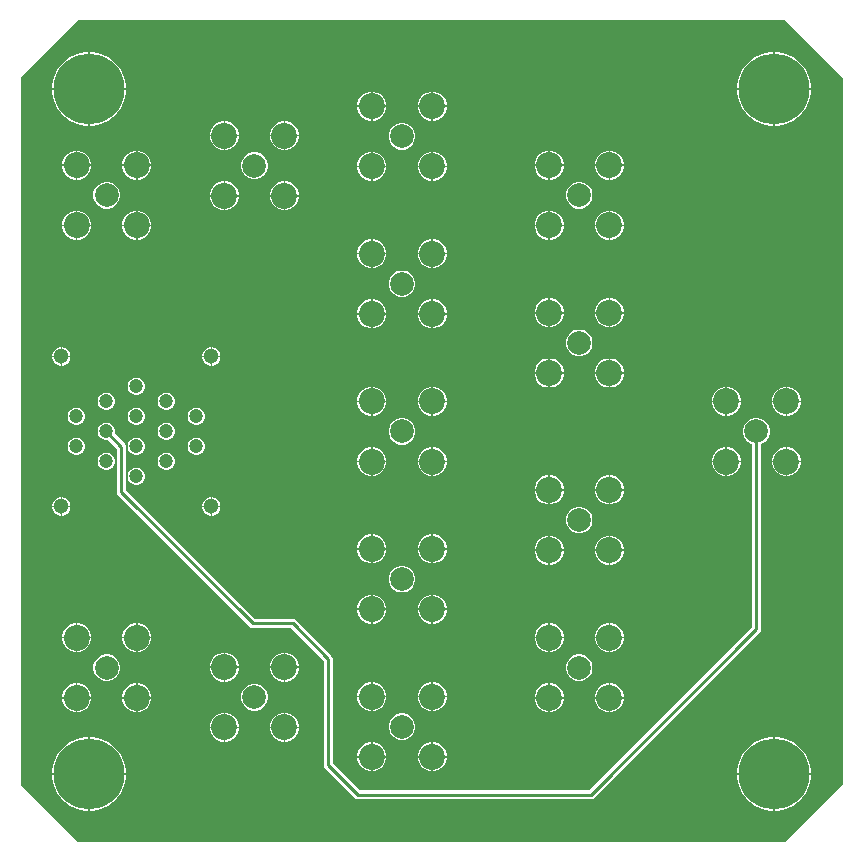
<source format=gbl>
G04*
G04 #@! TF.GenerationSoftware,Altium Limited,Altium Designer,23.11.1 (41)*
G04*
G04 Layer_Physical_Order=2*
G04 Layer_Color=16711680*
%FSLAX25Y25*%
%MOIN*%
G70*
G04*
G04 #@! TF.SameCoordinates,C9437007-6874-4410-A1E4-39502FECBC63*
G04*
G04*
G04 #@! TF.FilePolarity,Positive*
G04*
G01*
G75*
%ADD19C,0.00984*%
%ADD20C,0.23622*%
%ADD21C,0.08661*%
%ADD22C,0.07874*%
%ADD23C,0.04724*%
%ADD24C,0.05118*%
%ADD25C,0.02362*%
%ADD26C,0.03150*%
G36*
X235418Y117778D02*
Y-117778D01*
X216203Y-136993D01*
X-19353D01*
X-38567Y-117778D01*
Y117778D01*
X-19353Y136993D01*
X216203D01*
X235418Y117778D01*
D02*
G37*
%LPC*%
G36*
X213567Y126484D02*
X212848D01*
Y114423D01*
X224909D01*
Y115142D01*
X224606Y117056D01*
X224008Y118899D01*
X223128Y120626D01*
X221989Y122193D01*
X220619Y123564D01*
X219051Y124703D01*
X217324Y125582D01*
X215481Y126181D01*
X213567Y126484D01*
D02*
G37*
G36*
X212348D02*
X211630D01*
X209716Y126181D01*
X207873Y125582D01*
X206146Y124703D01*
X204578Y123564D01*
X203208Y122193D01*
X202069Y120626D01*
X201189Y118899D01*
X200591Y117056D01*
X200287Y115142D01*
Y114423D01*
X212348D01*
Y126484D01*
D02*
G37*
G36*
X-14779D02*
X-15498D01*
Y114423D01*
X-3437D01*
Y115142D01*
X-3740Y117056D01*
X-4339Y118899D01*
X-5219Y120626D01*
X-6358Y122193D01*
X-7728Y123564D01*
X-9296Y124703D01*
X-11022Y125582D01*
X-12865Y126181D01*
X-14779Y126484D01*
D02*
G37*
G36*
X-15998D02*
X-16717D01*
X-18631Y126181D01*
X-20474Y125582D01*
X-22200Y124703D01*
X-23768Y123564D01*
X-25138Y122193D01*
X-26277Y120626D01*
X-27157Y118899D01*
X-27756Y117056D01*
X-28059Y115142D01*
Y114423D01*
X-15998D01*
Y126484D01*
D02*
G37*
G36*
X99258Y113295D02*
X98872D01*
Y108715D01*
X103453D01*
Y109100D01*
X103124Y110329D01*
X102488Y111431D01*
X101588Y112330D01*
X100487Y112966D01*
X99258Y113295D01*
D02*
G37*
G36*
X98372D02*
X97986D01*
X96758Y112966D01*
X95656Y112330D01*
X94757Y111431D01*
X94121Y110329D01*
X93791Y109100D01*
Y108715D01*
X98372D01*
Y113295D01*
D02*
G37*
G36*
X79179D02*
X78793D01*
Y108715D01*
X83374D01*
Y109100D01*
X83045Y110329D01*
X82409Y111431D01*
X81509Y112330D01*
X80408Y112966D01*
X79179Y113295D01*
D02*
G37*
G36*
X78293D02*
X77907D01*
X76679Y112966D01*
X75577Y112330D01*
X74678Y111431D01*
X74042Y110329D01*
X73713Y109100D01*
Y108715D01*
X78293D01*
Y113295D01*
D02*
G37*
G36*
X103453Y108215D02*
X98872D01*
Y103634D01*
X99258D01*
X100487Y103963D01*
X101588Y104599D01*
X102488Y105499D01*
X103124Y106600D01*
X103453Y107829D01*
Y108215D01*
D02*
G37*
G36*
X98372D02*
X93791D01*
Y107829D01*
X94121Y106600D01*
X94757Y105499D01*
X95656Y104599D01*
X96758Y103963D01*
X97986Y103634D01*
X98372D01*
Y108215D01*
D02*
G37*
G36*
X83374D02*
X78793D01*
Y103634D01*
X79179D01*
X80408Y103963D01*
X81509Y104599D01*
X82409Y105499D01*
X83045Y106600D01*
X83374Y107829D01*
Y108215D01*
D02*
G37*
G36*
X78293D02*
X73713D01*
Y107829D01*
X74042Y106600D01*
X74678Y105499D01*
X75577Y104599D01*
X76679Y103963D01*
X77907Y103634D01*
X78293D01*
Y108215D01*
D02*
G37*
G36*
X224909Y113923D02*
X212848D01*
Y101862D01*
X213567D01*
X215481Y102165D01*
X217324Y102764D01*
X219051Y103644D01*
X220619Y104783D01*
X221989Y106153D01*
X223128Y107721D01*
X224008Y109447D01*
X224606Y111290D01*
X224909Y113204D01*
Y113923D01*
D02*
G37*
G36*
X212348D02*
X200287D01*
Y113204D01*
X200591Y111290D01*
X201189Y109447D01*
X202069Y107721D01*
X203208Y106153D01*
X204578Y104783D01*
X206146Y103644D01*
X207873Y102764D01*
X209716Y102165D01*
X211630Y101862D01*
X212348D01*
Y113923D01*
D02*
G37*
G36*
X-3437Y113923D02*
X-15498D01*
Y101862D01*
X-14779D01*
X-12865Y102165D01*
X-11022Y102764D01*
X-9296Y103644D01*
X-7728Y104783D01*
X-6358Y106153D01*
X-5219Y107721D01*
X-4339Y109447D01*
X-3740Y111290D01*
X-3437Y113204D01*
Y113923D01*
D02*
G37*
G36*
X-15998D02*
X-28059D01*
Y113204D01*
X-27756Y111290D01*
X-27157Y109447D01*
X-26277Y107721D01*
X-25138Y106153D01*
X-23768Y104783D01*
X-22200Y103644D01*
X-20474Y102764D01*
X-18631Y102165D01*
X-16717Y101862D01*
X-15998D01*
Y113923D01*
D02*
G37*
G36*
X50045Y103453D02*
X49659D01*
Y98872D01*
X54240D01*
Y99258D01*
X53911Y100487D01*
X53275Y101588D01*
X52376Y102488D01*
X51274Y103124D01*
X50045Y103453D01*
D02*
G37*
G36*
X49159D02*
X48774D01*
X47545Y103124D01*
X46443Y102488D01*
X45544Y101588D01*
X44908Y100487D01*
X44579Y99258D01*
Y98872D01*
X49159D01*
Y103453D01*
D02*
G37*
G36*
X29967D02*
X29581D01*
Y98872D01*
X34161D01*
Y99258D01*
X33832Y100487D01*
X33196Y101588D01*
X32297Y102488D01*
X31195Y103124D01*
X29967Y103453D01*
D02*
G37*
G36*
X29081D02*
X28695D01*
X27466Y103124D01*
X26365Y102488D01*
X25465Y101588D01*
X24829Y100487D01*
X24500Y99258D01*
Y98872D01*
X29081D01*
Y103453D01*
D02*
G37*
G36*
X89167Y102862D02*
X87998D01*
X86870Y102560D01*
X85858Y101976D01*
X85032Y101150D01*
X84448Y100138D01*
X84146Y99009D01*
Y97841D01*
X84448Y96713D01*
X85032Y95701D01*
X85858Y94875D01*
X86870Y94291D01*
X87998Y93988D01*
X89167D01*
X90295Y94291D01*
X91307Y94875D01*
X92133Y95701D01*
X92717Y96713D01*
X93020Y97841D01*
Y99009D01*
X92717Y100138D01*
X92133Y101150D01*
X91307Y101976D01*
X90295Y102560D01*
X89167Y102862D01*
D02*
G37*
G36*
X54240Y98372D02*
X49659D01*
Y93791D01*
X50045D01*
X51274Y94121D01*
X52376Y94757D01*
X53275Y95656D01*
X53911Y96758D01*
X54240Y97986D01*
Y98372D01*
D02*
G37*
G36*
X49159D02*
X44579D01*
Y97986D01*
X44908Y96758D01*
X45544Y95656D01*
X46443Y94757D01*
X47545Y94121D01*
X48774Y93791D01*
X49159D01*
Y98372D01*
D02*
G37*
G36*
X34161D02*
X29581D01*
Y93791D01*
X29967D01*
X31195Y94121D01*
X32297Y94757D01*
X33196Y95656D01*
X33832Y96758D01*
X34161Y97986D01*
Y98372D01*
D02*
G37*
G36*
X29081D02*
X24500D01*
Y97986D01*
X24829Y96758D01*
X25465Y95656D01*
X26365Y94757D01*
X27466Y94121D01*
X28695Y93791D01*
X29081D01*
Y98372D01*
D02*
G37*
G36*
X158313Y93610D02*
X157927D01*
Y89030D01*
X162508D01*
Y89416D01*
X162179Y90644D01*
X161543Y91746D01*
X160643Y92645D01*
X159542Y93281D01*
X158313Y93610D01*
D02*
G37*
G36*
X157427D02*
X157041D01*
X155813Y93281D01*
X154711Y92645D01*
X153812Y91746D01*
X153176Y90644D01*
X152847Y89416D01*
Y89030D01*
X157427D01*
Y93610D01*
D02*
G37*
G36*
X138234D02*
X137848D01*
Y89030D01*
X142429D01*
Y89416D01*
X142100Y90644D01*
X141464Y91746D01*
X140565Y92645D01*
X139463Y93281D01*
X138234Y93610D01*
D02*
G37*
G36*
X137348D02*
X136962D01*
X135734Y93281D01*
X134632Y92645D01*
X133733Y91746D01*
X133097Y90644D01*
X132768Y89416D01*
Y89030D01*
X137348D01*
Y93610D01*
D02*
G37*
G36*
X833D02*
X447D01*
Y89030D01*
X5028D01*
Y89416D01*
X4698Y90644D01*
X4062Y91746D01*
X3163Y92645D01*
X2061Y93281D01*
X833Y93610D01*
D02*
G37*
G36*
X-53D02*
X-439D01*
X-1668Y93281D01*
X-2769Y92645D01*
X-3669Y91746D01*
X-4305Y90644D01*
X-4634Y89416D01*
Y89030D01*
X-53D01*
Y93610D01*
D02*
G37*
G36*
X-19246D02*
X-19632D01*
Y89030D01*
X-15051D01*
Y89416D01*
X-15380Y90644D01*
X-16016Y91746D01*
X-16916Y92645D01*
X-18017Y93281D01*
X-19246Y93610D01*
D02*
G37*
G36*
X-20132D02*
X-20518D01*
X-21746Y93281D01*
X-22848Y92645D01*
X-23747Y91746D01*
X-24383Y90644D01*
X-24713Y89416D01*
Y89030D01*
X-20132D01*
Y93610D01*
D02*
G37*
G36*
X99258Y93217D02*
X98872D01*
Y88636D01*
X103453D01*
Y89022D01*
X103124Y90250D01*
X102488Y91352D01*
X101588Y92251D01*
X100487Y92887D01*
X99258Y93217D01*
D02*
G37*
G36*
X98372D02*
X97986D01*
X96758Y92887D01*
X95656Y92251D01*
X94757Y91352D01*
X94121Y90250D01*
X93791Y89022D01*
Y88636D01*
X98372D01*
Y93217D01*
D02*
G37*
G36*
X79179D02*
X78793D01*
Y88636D01*
X83374D01*
Y89022D01*
X83045Y90250D01*
X82409Y91352D01*
X81509Y92251D01*
X80408Y92887D01*
X79179Y93217D01*
D02*
G37*
G36*
X78293D02*
X77907D01*
X76679Y92887D01*
X75577Y92251D01*
X74678Y91352D01*
X74042Y90250D01*
X73713Y89022D01*
Y88636D01*
X78293D01*
Y93217D01*
D02*
G37*
G36*
X39954Y93020D02*
X38786D01*
X37657Y92717D01*
X36646Y92133D01*
X35820Y91307D01*
X35235Y90295D01*
X34933Y89167D01*
Y87998D01*
X35235Y86870D01*
X35820Y85858D01*
X36646Y85032D01*
X37657Y84448D01*
X38786Y84146D01*
X39954D01*
X41083Y84448D01*
X42094Y85032D01*
X42921Y85858D01*
X43505Y86870D01*
X43807Y87998D01*
Y89167D01*
X43505Y90295D01*
X42921Y91307D01*
X42094Y92133D01*
X41083Y92717D01*
X39954Y93020D01*
D02*
G37*
G36*
X162508Y88529D02*
X157927D01*
Y83949D01*
X158313D01*
X159542Y84278D01*
X160643Y84914D01*
X161543Y85813D01*
X162179Y86915D01*
X162508Y88144D01*
Y88529D01*
D02*
G37*
G36*
X157427D02*
X152847D01*
Y88144D01*
X153176Y86915D01*
X153812Y85813D01*
X154711Y84914D01*
X155813Y84278D01*
X157041Y83949D01*
X157427D01*
Y88529D01*
D02*
G37*
G36*
X142429D02*
X137848D01*
Y83949D01*
X138234D01*
X139463Y84278D01*
X140565Y84914D01*
X141464Y85813D01*
X142100Y86915D01*
X142429Y88144D01*
Y88529D01*
D02*
G37*
G36*
X137348D02*
X132768D01*
Y88144D01*
X133097Y86915D01*
X133733Y85813D01*
X134632Y84914D01*
X135734Y84278D01*
X136962Y83949D01*
X137348D01*
Y88529D01*
D02*
G37*
G36*
X5028D02*
X447D01*
Y83949D01*
X833D01*
X2061Y84278D01*
X3163Y84914D01*
X4062Y85813D01*
X4698Y86915D01*
X5028Y88144D01*
Y88529D01*
D02*
G37*
G36*
X-53D02*
X-4634D01*
Y88144D01*
X-4305Y86915D01*
X-3669Y85813D01*
X-2769Y84914D01*
X-1668Y84278D01*
X-439Y83949D01*
X-53D01*
Y88529D01*
D02*
G37*
G36*
X-15051D02*
X-19632D01*
Y83949D01*
X-19246D01*
X-18017Y84278D01*
X-16916Y84914D01*
X-16016Y85813D01*
X-15380Y86915D01*
X-15051Y88144D01*
Y88529D01*
D02*
G37*
G36*
X-20132D02*
X-24713D01*
Y88144D01*
X-24383Y86915D01*
X-23747Y85813D01*
X-22848Y84914D01*
X-21746Y84278D01*
X-20518Y83949D01*
X-20132D01*
Y88529D01*
D02*
G37*
G36*
X103453Y88136D02*
X98872D01*
Y83555D01*
X99258D01*
X100487Y83884D01*
X101588Y84520D01*
X102488Y85420D01*
X103124Y86521D01*
X103453Y87750D01*
Y88136D01*
D02*
G37*
G36*
X98372D02*
X93791D01*
Y87750D01*
X94121Y86521D01*
X94757Y85420D01*
X95656Y84520D01*
X96758Y83884D01*
X97986Y83555D01*
X98372D01*
Y88136D01*
D02*
G37*
G36*
X83374D02*
X78793D01*
Y83555D01*
X79179D01*
X80408Y83884D01*
X81509Y84520D01*
X82409Y85420D01*
X83045Y86521D01*
X83374Y87750D01*
Y88136D01*
D02*
G37*
G36*
X78293D02*
X73713D01*
Y87750D01*
X74042Y86521D01*
X74678Y85420D01*
X75577Y84520D01*
X76679Y83884D01*
X77907Y83555D01*
X78293D01*
Y88136D01*
D02*
G37*
G36*
X50045Y83374D02*
X49659D01*
Y78793D01*
X54240D01*
Y79179D01*
X53911Y80408D01*
X53275Y81509D01*
X52376Y82409D01*
X51274Y83045D01*
X50045Y83374D01*
D02*
G37*
G36*
X49159D02*
X48774D01*
X47545Y83045D01*
X46443Y82409D01*
X45544Y81509D01*
X44908Y80408D01*
X44579Y79179D01*
Y78793D01*
X49159D01*
Y83374D01*
D02*
G37*
G36*
X29967D02*
X29581D01*
Y78793D01*
X34161D01*
Y79179D01*
X33832Y80408D01*
X33196Y81509D01*
X32297Y82409D01*
X31195Y83045D01*
X29967Y83374D01*
D02*
G37*
G36*
X29081D02*
X28695D01*
X27466Y83045D01*
X26365Y82409D01*
X25465Y81509D01*
X24829Y80408D01*
X24500Y79179D01*
Y78793D01*
X29081D01*
Y83374D01*
D02*
G37*
G36*
X148222Y83177D02*
X147054D01*
X145925Y82875D01*
X144913Y82291D01*
X144087Y81464D01*
X143503Y80453D01*
X143201Y79324D01*
Y78156D01*
X143503Y77027D01*
X144087Y76016D01*
X144913Y75190D01*
X145925Y74606D01*
X147054Y74303D01*
X148222D01*
X149350Y74606D01*
X150362Y75190D01*
X151188Y76016D01*
X151772Y77027D01*
X152075Y78156D01*
Y79324D01*
X151772Y80453D01*
X151188Y81464D01*
X150362Y82291D01*
X149350Y82875D01*
X148222Y83177D01*
D02*
G37*
G36*
X-9258D02*
X-10427D01*
X-11555Y82875D01*
X-12567Y82291D01*
X-13393Y81464D01*
X-13977Y80453D01*
X-14279Y79324D01*
Y78156D01*
X-13977Y77027D01*
X-13393Y76016D01*
X-12567Y75190D01*
X-11555Y74606D01*
X-10427Y74303D01*
X-9258D01*
X-8130Y74606D01*
X-7118Y75190D01*
X-6292Y76016D01*
X-5708Y77027D01*
X-5406Y78156D01*
Y79324D01*
X-5708Y80453D01*
X-6292Y81464D01*
X-7118Y82291D01*
X-8130Y82875D01*
X-9258Y83177D01*
D02*
G37*
G36*
X54240Y78293D02*
X49659D01*
Y73713D01*
X50045D01*
X51274Y74042D01*
X52376Y74678D01*
X53275Y75577D01*
X53911Y76679D01*
X54240Y77907D01*
Y78293D01*
D02*
G37*
G36*
X49159D02*
X44579D01*
Y77907D01*
X44908Y76679D01*
X45544Y75577D01*
X46443Y74678D01*
X47545Y74042D01*
X48774Y73713D01*
X49159D01*
Y78293D01*
D02*
G37*
G36*
X34161D02*
X29581D01*
Y73713D01*
X29967D01*
X31195Y74042D01*
X32297Y74678D01*
X33196Y75577D01*
X33832Y76679D01*
X34161Y77907D01*
Y78293D01*
D02*
G37*
G36*
X29081D02*
X24500D01*
Y77907D01*
X24829Y76679D01*
X25465Y75577D01*
X26365Y74678D01*
X27466Y74042D01*
X28695Y73713D01*
X29081D01*
Y78293D01*
D02*
G37*
G36*
X158313Y73532D02*
X157927D01*
Y68951D01*
X162508D01*
Y69337D01*
X162179Y70565D01*
X161543Y71667D01*
X160643Y72566D01*
X159542Y73202D01*
X158313Y73532D01*
D02*
G37*
G36*
X157427D02*
X157041D01*
X155813Y73202D01*
X154711Y72566D01*
X153812Y71667D01*
X153176Y70565D01*
X152847Y69337D01*
Y68951D01*
X157427D01*
Y73532D01*
D02*
G37*
G36*
X138234D02*
X137848D01*
Y68951D01*
X142429D01*
Y69337D01*
X142100Y70565D01*
X141464Y71667D01*
X140565Y72566D01*
X139463Y73202D01*
X138234Y73532D01*
D02*
G37*
G36*
X137348D02*
X136962D01*
X135734Y73202D01*
X134632Y72566D01*
X133733Y71667D01*
X133097Y70565D01*
X132768Y69337D01*
Y68951D01*
X137348D01*
Y73532D01*
D02*
G37*
G36*
X833D02*
X447D01*
Y68951D01*
X5028D01*
Y69337D01*
X4698Y70565D01*
X4062Y71667D01*
X3163Y72566D01*
X2061Y73202D01*
X833Y73532D01*
D02*
G37*
G36*
X-53D02*
X-439D01*
X-1668Y73202D01*
X-2769Y72566D01*
X-3669Y71667D01*
X-4305Y70565D01*
X-4634Y69337D01*
Y68951D01*
X-53D01*
Y73532D01*
D02*
G37*
G36*
X-19246D02*
X-19632D01*
Y68951D01*
X-15051D01*
Y69337D01*
X-15380Y70565D01*
X-16016Y71667D01*
X-16916Y72566D01*
X-18017Y73202D01*
X-19246Y73532D01*
D02*
G37*
G36*
X-20132D02*
X-20518D01*
X-21746Y73202D01*
X-22848Y72566D01*
X-23747Y71667D01*
X-24383Y70565D01*
X-24713Y69337D01*
Y68951D01*
X-20132D01*
Y73532D01*
D02*
G37*
G36*
X162508Y68451D02*
X157927D01*
Y63870D01*
X158313D01*
X159542Y64199D01*
X160643Y64835D01*
X161543Y65735D01*
X162179Y66836D01*
X162508Y68065D01*
Y68451D01*
D02*
G37*
G36*
X157427D02*
X152847D01*
Y68065D01*
X153176Y66836D01*
X153812Y65735D01*
X154711Y64835D01*
X155813Y64199D01*
X157041Y63870D01*
X157427D01*
Y68451D01*
D02*
G37*
G36*
X142429D02*
X137848D01*
Y63870D01*
X138234D01*
X139463Y64199D01*
X140565Y64835D01*
X141464Y65735D01*
X142100Y66836D01*
X142429Y68065D01*
Y68451D01*
D02*
G37*
G36*
X137348D02*
X132768D01*
Y68065D01*
X133097Y66836D01*
X133733Y65735D01*
X134632Y64835D01*
X135734Y64199D01*
X136962Y63870D01*
X137348D01*
Y68451D01*
D02*
G37*
G36*
X5028D02*
X447D01*
Y63870D01*
X833D01*
X2061Y64199D01*
X3163Y64835D01*
X4062Y65735D01*
X4698Y66836D01*
X5028Y68065D01*
Y68451D01*
D02*
G37*
G36*
X-53D02*
X-4634D01*
Y68065D01*
X-4305Y66836D01*
X-3669Y65735D01*
X-2769Y64835D01*
X-1668Y64199D01*
X-439Y63870D01*
X-53D01*
Y68451D01*
D02*
G37*
G36*
X-15051D02*
X-19632D01*
Y63870D01*
X-19246D01*
X-18017Y64199D01*
X-16916Y64835D01*
X-16016Y65735D01*
X-15380Y66836D01*
X-15051Y68065D01*
Y68451D01*
D02*
G37*
G36*
X-20132D02*
X-24713D01*
Y68065D01*
X-24383Y66836D01*
X-23747Y65735D01*
X-22848Y64835D01*
X-21746Y64199D01*
X-20518Y63870D01*
X-20132D01*
Y68451D01*
D02*
G37*
G36*
X99258Y64083D02*
X98872D01*
Y59502D01*
X103453D01*
Y59888D01*
X103124Y61116D01*
X102488Y62218D01*
X101588Y63117D01*
X100487Y63753D01*
X99258Y64083D01*
D02*
G37*
G36*
X98372D02*
X97986D01*
X96758Y63753D01*
X95656Y63117D01*
X94757Y62218D01*
X94121Y61116D01*
X93791Y59888D01*
Y59502D01*
X98372D01*
Y64083D01*
D02*
G37*
G36*
X79179D02*
X78793D01*
Y59502D01*
X83374D01*
Y59888D01*
X83045Y61116D01*
X82409Y62218D01*
X81509Y63117D01*
X80408Y63753D01*
X79179Y64083D01*
D02*
G37*
G36*
X78293D02*
X77907D01*
X76679Y63753D01*
X75577Y63117D01*
X74678Y62218D01*
X74042Y61116D01*
X73713Y59888D01*
Y59502D01*
X78293D01*
Y64083D01*
D02*
G37*
G36*
X103453Y59002D02*
X98872D01*
Y54421D01*
X99258D01*
X100487Y54751D01*
X101588Y55386D01*
X102488Y56286D01*
X103124Y57387D01*
X103453Y58616D01*
Y59002D01*
D02*
G37*
G36*
X98372D02*
X93791D01*
Y58616D01*
X94121Y57387D01*
X94757Y56286D01*
X95656Y55386D01*
X96758Y54751D01*
X97986Y54421D01*
X98372D01*
Y59002D01*
D02*
G37*
G36*
X83374D02*
X78793D01*
Y54421D01*
X79179D01*
X80408Y54751D01*
X81509Y55386D01*
X82409Y56286D01*
X83045Y57387D01*
X83374Y58616D01*
Y59002D01*
D02*
G37*
G36*
X78293D02*
X73713D01*
Y58616D01*
X74042Y57387D01*
X74678Y56286D01*
X75577Y55386D01*
X76679Y54751D01*
X77907Y54421D01*
X78293D01*
Y59002D01*
D02*
G37*
G36*
X89167Y53650D02*
X87998D01*
X86870Y53347D01*
X85858Y52763D01*
X85032Y51937D01*
X84448Y50925D01*
X84146Y49797D01*
Y48629D01*
X84448Y47500D01*
X85032Y46488D01*
X85858Y45662D01*
X86870Y45078D01*
X87998Y44776D01*
X89167D01*
X90295Y45078D01*
X91307Y45662D01*
X92133Y46488D01*
X92717Y47500D01*
X93020Y48629D01*
Y49797D01*
X92717Y50925D01*
X92133Y51937D01*
X91307Y52763D01*
X90295Y53347D01*
X89167Y53650D01*
D02*
G37*
G36*
X158313Y44398D02*
X157927D01*
Y39817D01*
X162508D01*
Y40203D01*
X162179Y41431D01*
X161543Y42533D01*
X160643Y43433D01*
X159542Y44068D01*
X158313Y44398D01*
D02*
G37*
G36*
X157427D02*
X157041D01*
X155813Y44068D01*
X154711Y43433D01*
X153812Y42533D01*
X153176Y41431D01*
X152847Y40203D01*
Y39817D01*
X157427D01*
Y44398D01*
D02*
G37*
G36*
X138234D02*
X137848D01*
Y39817D01*
X142429D01*
Y40203D01*
X142100Y41431D01*
X141464Y42533D01*
X140565Y43433D01*
X139463Y44068D01*
X138234Y44398D01*
D02*
G37*
G36*
X137348D02*
X136962D01*
X135734Y44068D01*
X134632Y43433D01*
X133733Y42533D01*
X133097Y41431D01*
X132768Y40203D01*
Y39817D01*
X137348D01*
Y44398D01*
D02*
G37*
G36*
X99258Y44004D02*
X98872D01*
Y39423D01*
X103453D01*
Y39809D01*
X103124Y41038D01*
X102488Y42139D01*
X101588Y43039D01*
X100487Y43675D01*
X99258Y44004D01*
D02*
G37*
G36*
X98372D02*
X97986D01*
X96758Y43675D01*
X95656Y43039D01*
X94757Y42139D01*
X94121Y41038D01*
X93791Y39809D01*
Y39423D01*
X98372D01*
Y44004D01*
D02*
G37*
G36*
X79179D02*
X78793D01*
Y39423D01*
X83374D01*
Y39809D01*
X83045Y41038D01*
X82409Y42139D01*
X81509Y43039D01*
X80408Y43675D01*
X79179Y44004D01*
D02*
G37*
G36*
X78293D02*
X77907D01*
X76679Y43675D01*
X75577Y43039D01*
X74678Y42139D01*
X74042Y41038D01*
X73713Y39809D01*
Y39423D01*
X78293D01*
Y44004D01*
D02*
G37*
G36*
X162508Y39317D02*
X157927D01*
Y34736D01*
X158313D01*
X159542Y35065D01*
X160643Y35701D01*
X161543Y36601D01*
X162179Y37702D01*
X162508Y38931D01*
Y39317D01*
D02*
G37*
G36*
X157427D02*
X152847D01*
Y38931D01*
X153176Y37702D01*
X153812Y36601D01*
X154711Y35701D01*
X155813Y35065D01*
X157041Y34736D01*
X157427D01*
Y39317D01*
D02*
G37*
G36*
X142429D02*
X137848D01*
Y34736D01*
X138234D01*
X139463Y35065D01*
X140565Y35701D01*
X141464Y36601D01*
X142100Y37702D01*
X142429Y38931D01*
Y39317D01*
D02*
G37*
G36*
X137348D02*
X132768D01*
Y38931D01*
X133097Y37702D01*
X133733Y36601D01*
X134632Y35701D01*
X135734Y35065D01*
X136962Y34736D01*
X137348D01*
Y39317D01*
D02*
G37*
G36*
X103453Y38923D02*
X98872D01*
Y34343D01*
X99258D01*
X100487Y34672D01*
X101588Y35308D01*
X102488Y36207D01*
X103124Y37309D01*
X103453Y38537D01*
Y38923D01*
D02*
G37*
G36*
X98372D02*
X93791D01*
Y38537D01*
X94121Y37309D01*
X94757Y36207D01*
X95656Y35308D01*
X96758Y34672D01*
X97986Y34343D01*
X98372D01*
Y38923D01*
D02*
G37*
G36*
X83374D02*
X78793D01*
Y34343D01*
X79179D01*
X80408Y34672D01*
X81509Y35308D01*
X82409Y36207D01*
X83045Y37309D01*
X83374Y38537D01*
Y38923D01*
D02*
G37*
G36*
X78293D02*
X73713D01*
Y38537D01*
X74042Y37309D01*
X74678Y36207D01*
X75577Y35308D01*
X76679Y34672D01*
X77907Y34343D01*
X78293D01*
Y38923D01*
D02*
G37*
G36*
X25403Y28059D02*
X25250D01*
Y25250D01*
X28059D01*
Y25403D01*
X27850Y26181D01*
X27448Y26878D01*
X26878Y27448D01*
X26181Y27850D01*
X25403Y28059D01*
D02*
G37*
G36*
X-24597D02*
X-24750D01*
Y25250D01*
X-21941D01*
Y25403D01*
X-22150Y26181D01*
X-22552Y26878D01*
X-23122Y27448D01*
X-23819Y27850D01*
X-24597Y28059D01*
D02*
G37*
G36*
X24750D02*
X24597D01*
X23819Y27850D01*
X23122Y27448D01*
X22552Y26878D01*
X22150Y26181D01*
X21941Y25403D01*
Y25250D01*
X24750D01*
Y28059D01*
D02*
G37*
G36*
X-25250D02*
X-25403D01*
X-26181Y27850D01*
X-26878Y27448D01*
X-27448Y26878D01*
X-27850Y26181D01*
X-28059Y25403D01*
Y25250D01*
X-25250D01*
Y28059D01*
D02*
G37*
G36*
X148222Y33965D02*
X147054D01*
X145925Y33662D01*
X144913Y33078D01*
X144087Y32252D01*
X143503Y31240D01*
X143201Y30112D01*
Y28943D01*
X143503Y27815D01*
X144087Y26803D01*
X144913Y25977D01*
X145925Y25393D01*
X147054Y25091D01*
X148222D01*
X149350Y25393D01*
X150362Y25977D01*
X151188Y26803D01*
X151772Y27815D01*
X152075Y28943D01*
Y30112D01*
X151772Y31240D01*
X151188Y32252D01*
X150362Y33078D01*
X149350Y33662D01*
X148222Y33965D01*
D02*
G37*
G36*
X28059Y24750D02*
X25250D01*
Y21941D01*
X25403D01*
X26181Y22150D01*
X26878Y22552D01*
X27448Y23122D01*
X27850Y23819D01*
X28059Y24597D01*
Y24750D01*
D02*
G37*
G36*
X24750D02*
X21941D01*
Y24597D01*
X22150Y23819D01*
X22552Y23122D01*
X23122Y22552D01*
X23819Y22150D01*
X24597Y21941D01*
X24750D01*
Y24750D01*
D02*
G37*
G36*
X-21941D02*
X-24750D01*
Y21941D01*
X-24597D01*
X-23819Y22150D01*
X-23122Y22552D01*
X-22552Y23122D01*
X-22150Y23819D01*
X-21941Y24597D01*
Y24750D01*
D02*
G37*
G36*
X-25250D02*
X-28059D01*
Y24597D01*
X-27850Y23819D01*
X-27448Y23122D01*
X-26878Y22552D01*
X-26181Y22150D01*
X-25403Y21941D01*
X-25250D01*
Y24750D01*
D02*
G37*
G36*
X158313Y24319D02*
X157927D01*
Y19738D01*
X162508D01*
Y20124D01*
X162179Y21353D01*
X161543Y22454D01*
X160643Y23354D01*
X159542Y23990D01*
X158313Y24319D01*
D02*
G37*
G36*
X157427D02*
X157041D01*
X155813Y23990D01*
X154711Y23354D01*
X153812Y22454D01*
X153176Y21353D01*
X152847Y20124D01*
Y19738D01*
X157427D01*
Y24319D01*
D02*
G37*
G36*
X138234D02*
X137848D01*
Y19738D01*
X142429D01*
Y20124D01*
X142100Y21353D01*
X141464Y22454D01*
X140565Y23354D01*
X139463Y23990D01*
X138234Y24319D01*
D02*
G37*
G36*
X137348D02*
X136962D01*
X135734Y23990D01*
X134632Y23354D01*
X133733Y22454D01*
X133097Y21353D01*
X132768Y20124D01*
Y19738D01*
X137348D01*
Y24319D01*
D02*
G37*
G36*
X162508Y19238D02*
X157927D01*
Y14658D01*
X158313D01*
X159542Y14987D01*
X160643Y15623D01*
X161543Y16522D01*
X162179Y17624D01*
X162508Y18852D01*
Y19238D01*
D02*
G37*
G36*
X157427D02*
X152847D01*
Y18852D01*
X153176Y17624D01*
X153812Y16522D01*
X154711Y15623D01*
X155813Y14987D01*
X157041Y14658D01*
X157427D01*
Y19238D01*
D02*
G37*
G36*
X142429D02*
X137848D01*
Y14658D01*
X138234D01*
X139463Y14987D01*
X140565Y15623D01*
X141464Y16522D01*
X142100Y17624D01*
X142429Y18852D01*
Y19238D01*
D02*
G37*
G36*
X137348D02*
X132768D01*
Y18852D01*
X133097Y17624D01*
X133733Y16522D01*
X134632Y15623D01*
X135734Y14987D01*
X136962Y14658D01*
X137348D01*
Y19238D01*
D02*
G37*
G36*
X377Y17862D02*
X-377D01*
X-1105Y17667D01*
X-1757Y17290D01*
X-2290Y16757D01*
X-2667Y16105D01*
X-2862Y15377D01*
Y14623D01*
X-2667Y13895D01*
X-2290Y13243D01*
X-1757Y12710D01*
X-1105Y12333D01*
X-377Y12138D01*
X377D01*
X1105Y12333D01*
X1757Y12710D01*
X2290Y13243D01*
X2667Y13895D01*
X2862Y14623D01*
Y15377D01*
X2667Y16105D01*
X2290Y16757D01*
X1757Y17290D01*
X1105Y17667D01*
X377Y17862D01*
D02*
G37*
G36*
X217368Y14870D02*
X216982D01*
Y10289D01*
X221563D01*
Y10675D01*
X221234Y11904D01*
X220598Y13005D01*
X219698Y13905D01*
X218597Y14541D01*
X217368Y14870D01*
D02*
G37*
G36*
X216482D02*
X216096D01*
X214868Y14541D01*
X213766Y13905D01*
X212867Y13005D01*
X212231Y11904D01*
X211902Y10675D01*
Y10289D01*
X216482D01*
Y14870D01*
D02*
G37*
G36*
X197290D02*
X196904D01*
Y10289D01*
X201484D01*
Y10675D01*
X201155Y11904D01*
X200519Y13005D01*
X199620Y13905D01*
X198518Y14541D01*
X197290Y14870D01*
D02*
G37*
G36*
X196404D02*
X196018D01*
X194789Y14541D01*
X193687Y13905D01*
X192788Y13005D01*
X192152Y11904D01*
X191823Y10675D01*
Y10289D01*
X196404D01*
Y14870D01*
D02*
G37*
G36*
X99258D02*
X98872D01*
Y10289D01*
X103453D01*
Y10675D01*
X103124Y11904D01*
X102488Y13005D01*
X101588Y13905D01*
X100487Y14541D01*
X99258Y14870D01*
D02*
G37*
G36*
X98372D02*
X97986D01*
X96758Y14541D01*
X95656Y13905D01*
X94757Y13005D01*
X94121Y11904D01*
X93791Y10675D01*
Y10289D01*
X98372D01*
Y14870D01*
D02*
G37*
G36*
X79179D02*
X78793D01*
Y10289D01*
X83374D01*
Y10675D01*
X83045Y11904D01*
X82409Y13005D01*
X81509Y13905D01*
X80408Y14541D01*
X79179Y14870D01*
D02*
G37*
G36*
X78293D02*
X77907D01*
X76679Y14541D01*
X75577Y13905D01*
X74678Y13005D01*
X74042Y11904D01*
X73713Y10675D01*
Y10289D01*
X78293D01*
Y14870D01*
D02*
G37*
G36*
X10377Y12862D02*
X9623D01*
X8895Y12667D01*
X8243Y12290D01*
X7710Y11757D01*
X7333Y11105D01*
X7138Y10377D01*
Y9623D01*
X7333Y8895D01*
X7710Y8243D01*
X8243Y7710D01*
X8895Y7333D01*
X9623Y7138D01*
X10377D01*
X11105Y7333D01*
X11757Y7710D01*
X12290Y8243D01*
X12667Y8895D01*
X12862Y9623D01*
Y10377D01*
X12667Y11105D01*
X12290Y11757D01*
X11757Y12290D01*
X11105Y12667D01*
X10377Y12862D01*
D02*
G37*
G36*
X-9623D02*
X-10377D01*
X-11105Y12667D01*
X-11757Y12290D01*
X-12290Y11757D01*
X-12667Y11105D01*
X-12862Y10377D01*
Y9623D01*
X-12667Y8895D01*
X-12290Y8243D01*
X-11757Y7710D01*
X-11105Y7333D01*
X-10377Y7138D01*
X-9623D01*
X-8895Y7333D01*
X-8243Y7710D01*
X-7710Y8243D01*
X-7333Y8895D01*
X-7138Y9623D01*
Y10377D01*
X-7333Y11105D01*
X-7710Y11757D01*
X-8243Y12290D01*
X-8895Y12667D01*
X-9623Y12862D01*
D02*
G37*
G36*
X221563Y9789D02*
X216982D01*
Y5209D01*
X217368D01*
X218597Y5538D01*
X219698Y6174D01*
X220598Y7073D01*
X221234Y8175D01*
X221563Y9403D01*
Y9789D01*
D02*
G37*
G36*
X216482D02*
X211902D01*
Y9403D01*
X212231Y8175D01*
X212867Y7073D01*
X213766Y6174D01*
X214868Y5538D01*
X216096Y5209D01*
X216482D01*
Y9789D01*
D02*
G37*
G36*
X201484D02*
X196904D01*
Y5209D01*
X197290D01*
X198518Y5538D01*
X199620Y6174D01*
X200519Y7073D01*
X201155Y8175D01*
X201484Y9403D01*
Y9789D01*
D02*
G37*
G36*
X196404D02*
X191823D01*
Y9403D01*
X192152Y8175D01*
X192788Y7073D01*
X193687Y6174D01*
X194789Y5538D01*
X196018Y5209D01*
X196404D01*
Y9789D01*
D02*
G37*
G36*
X103453D02*
X98872D01*
Y5209D01*
X99258D01*
X100487Y5538D01*
X101588Y6174D01*
X102488Y7073D01*
X103124Y8175D01*
X103453Y9403D01*
Y9789D01*
D02*
G37*
G36*
X98372D02*
X93791D01*
Y9403D01*
X94121Y8175D01*
X94757Y7073D01*
X95656Y6174D01*
X96758Y5538D01*
X97986Y5209D01*
X98372D01*
Y9789D01*
D02*
G37*
G36*
X83374D02*
X78793D01*
Y5209D01*
X79179D01*
X80408Y5538D01*
X81509Y6174D01*
X82409Y7073D01*
X83045Y8175D01*
X83374Y9403D01*
Y9789D01*
D02*
G37*
G36*
X78293D02*
X73713D01*
Y9403D01*
X74042Y8175D01*
X74678Y7073D01*
X75577Y6174D01*
X76679Y5538D01*
X77907Y5209D01*
X78293D01*
Y9789D01*
D02*
G37*
G36*
X20377Y7862D02*
X19623D01*
X18895Y7667D01*
X18243Y7290D01*
X17710Y6757D01*
X17333Y6105D01*
X17138Y5377D01*
Y4623D01*
X17333Y3895D01*
X17710Y3243D01*
X18243Y2710D01*
X18895Y2333D01*
X19623Y2138D01*
X20377D01*
X21105Y2333D01*
X21757Y2710D01*
X22290Y3243D01*
X22667Y3895D01*
X22862Y4623D01*
Y5377D01*
X22667Y6105D01*
X22290Y6757D01*
X21757Y7290D01*
X21105Y7667D01*
X20377Y7862D01*
D02*
G37*
G36*
X377D02*
X-377D01*
X-1105Y7667D01*
X-1757Y7290D01*
X-2290Y6757D01*
X-2667Y6105D01*
X-2862Y5377D01*
Y4623D01*
X-2667Y3895D01*
X-2290Y3243D01*
X-1757Y2710D01*
X-1105Y2333D01*
X-377Y2138D01*
X377D01*
X1105Y2333D01*
X1757Y2710D01*
X2290Y3243D01*
X2667Y3895D01*
X2862Y4623D01*
Y5377D01*
X2667Y6105D01*
X2290Y6757D01*
X1757Y7290D01*
X1105Y7667D01*
X377Y7862D01*
D02*
G37*
G36*
X-19623D02*
X-20377D01*
X-21105Y7667D01*
X-21757Y7290D01*
X-22290Y6757D01*
X-22667Y6105D01*
X-22862Y5377D01*
Y4623D01*
X-22667Y3895D01*
X-22290Y3243D01*
X-21757Y2710D01*
X-21105Y2333D01*
X-20377Y2138D01*
X-19623D01*
X-18895Y2333D01*
X-18243Y2710D01*
X-17710Y3243D01*
X-17333Y3895D01*
X-17138Y4623D01*
Y5377D01*
X-17333Y6105D01*
X-17710Y6757D01*
X-18243Y7290D01*
X-18895Y7667D01*
X-19623Y7862D01*
D02*
G37*
G36*
X10377Y2862D02*
X9623D01*
X8895Y2667D01*
X8243Y2290D01*
X7710Y1757D01*
X7333Y1105D01*
X7138Y377D01*
Y-377D01*
X7333Y-1105D01*
X7710Y-1757D01*
X8243Y-2290D01*
X8895Y-2667D01*
X9623Y-2862D01*
X10377D01*
X11105Y-2667D01*
X11757Y-2290D01*
X12290Y-1757D01*
X12667Y-1105D01*
X12862Y-377D01*
Y377D01*
X12667Y1105D01*
X12290Y1757D01*
X11757Y2290D01*
X11105Y2667D01*
X10377Y2862D01*
D02*
G37*
G36*
X89167Y4437D02*
X87998D01*
X86870Y4135D01*
X85858Y3551D01*
X85032Y2724D01*
X84448Y1713D01*
X84146Y584D01*
Y-584D01*
X84448Y-1713D01*
X85032Y-2724D01*
X85858Y-3551D01*
X86870Y-4135D01*
X87998Y-4437D01*
X89167D01*
X90295Y-4135D01*
X91307Y-3551D01*
X92133Y-2724D01*
X92717Y-1713D01*
X93020Y-584D01*
Y584D01*
X92717Y1713D01*
X92133Y2724D01*
X91307Y3551D01*
X90295Y4135D01*
X89167Y4437D01*
D02*
G37*
G36*
X20377Y-2138D02*
X19623D01*
X18895Y-2333D01*
X18243Y-2710D01*
X17710Y-3243D01*
X17333Y-3895D01*
X17138Y-4623D01*
Y-5377D01*
X17333Y-6105D01*
X17710Y-6757D01*
X18243Y-7290D01*
X18895Y-7667D01*
X19623Y-7862D01*
X20377D01*
X21105Y-7667D01*
X21757Y-7290D01*
X22290Y-6757D01*
X22667Y-6105D01*
X22862Y-5377D01*
Y-4623D01*
X22667Y-3895D01*
X22290Y-3243D01*
X21757Y-2710D01*
X21105Y-2333D01*
X20377Y-2138D01*
D02*
G37*
G36*
X377D02*
X-377D01*
X-1105Y-2333D01*
X-1757Y-2710D01*
X-2290Y-3243D01*
X-2667Y-3895D01*
X-2862Y-4623D01*
Y-5377D01*
X-2667Y-6105D01*
X-2290Y-6757D01*
X-1757Y-7290D01*
X-1105Y-7667D01*
X-377Y-7862D01*
X377D01*
X1105Y-7667D01*
X1757Y-7290D01*
X2290Y-6757D01*
X2667Y-6105D01*
X2862Y-5377D01*
Y-4623D01*
X2667Y-3895D01*
X2290Y-3243D01*
X1757Y-2710D01*
X1105Y-2333D01*
X377Y-2138D01*
D02*
G37*
G36*
X-19623D02*
X-20377D01*
X-21105Y-2333D01*
X-21757Y-2710D01*
X-22290Y-3243D01*
X-22667Y-3895D01*
X-22862Y-4623D01*
Y-5377D01*
X-22667Y-6105D01*
X-22290Y-6757D01*
X-21757Y-7290D01*
X-21105Y-7667D01*
X-20377Y-7862D01*
X-19623D01*
X-18895Y-7667D01*
X-18243Y-7290D01*
X-17710Y-6757D01*
X-17333Y-6105D01*
X-17138Y-5377D01*
Y-4623D01*
X-17333Y-3895D01*
X-17710Y-3243D01*
X-18243Y-2710D01*
X-18895Y-2333D01*
X-19623Y-2138D01*
D02*
G37*
G36*
X217368Y-5209D02*
X216982D01*
Y-9789D01*
X221563D01*
Y-9403D01*
X221234Y-8175D01*
X220598Y-7073D01*
X219698Y-6174D01*
X218597Y-5538D01*
X217368Y-5209D01*
D02*
G37*
G36*
X216482D02*
X216096D01*
X214868Y-5538D01*
X213766Y-6174D01*
X212867Y-7073D01*
X212231Y-8175D01*
X211902Y-9403D01*
Y-9789D01*
X216482D01*
Y-5209D01*
D02*
G37*
G36*
X197290D02*
X196904D01*
Y-9789D01*
X201484D01*
Y-9403D01*
X201155Y-8175D01*
X200519Y-7073D01*
X199620Y-6174D01*
X198518Y-5538D01*
X197290Y-5209D01*
D02*
G37*
G36*
X196404D02*
X196018D01*
X194789Y-5538D01*
X193687Y-6174D01*
X192788Y-7073D01*
X192152Y-8175D01*
X191823Y-9403D01*
Y-9789D01*
X196404D01*
Y-5209D01*
D02*
G37*
G36*
X99258D02*
X98872D01*
Y-9789D01*
X103453D01*
Y-9403D01*
X103124Y-8175D01*
X102488Y-7073D01*
X101588Y-6174D01*
X100487Y-5538D01*
X99258Y-5209D01*
D02*
G37*
G36*
X98372D02*
X97986D01*
X96758Y-5538D01*
X95656Y-6174D01*
X94757Y-7073D01*
X94121Y-8175D01*
X93791Y-9403D01*
Y-9789D01*
X98372D01*
Y-5209D01*
D02*
G37*
G36*
X79179D02*
X78793D01*
Y-9789D01*
X83374D01*
Y-9403D01*
X83045Y-8175D01*
X82409Y-7073D01*
X81509Y-6174D01*
X80408Y-5538D01*
X79179Y-5209D01*
D02*
G37*
G36*
X78293D02*
X77907D01*
X76679Y-5538D01*
X75577Y-6174D01*
X74678Y-7073D01*
X74042Y-8175D01*
X73713Y-9403D01*
Y-9789D01*
X78293D01*
Y-5209D01*
D02*
G37*
G36*
X10377Y-7138D02*
X9623D01*
X8895Y-7333D01*
X8243Y-7710D01*
X7710Y-8243D01*
X7333Y-8895D01*
X7138Y-9623D01*
Y-10377D01*
X7333Y-11105D01*
X7710Y-11757D01*
X8243Y-12290D01*
X8895Y-12667D01*
X9623Y-12862D01*
X10377D01*
X11105Y-12667D01*
X11757Y-12290D01*
X12290Y-11757D01*
X12667Y-11105D01*
X12862Y-10377D01*
Y-9623D01*
X12667Y-8895D01*
X12290Y-8243D01*
X11757Y-7710D01*
X11105Y-7333D01*
X10377Y-7138D01*
D02*
G37*
G36*
X-9623D02*
X-10377D01*
X-11105Y-7333D01*
X-11757Y-7710D01*
X-12290Y-8243D01*
X-12667Y-8895D01*
X-12862Y-9623D01*
Y-10377D01*
X-12667Y-11105D01*
X-12290Y-11757D01*
X-11757Y-12290D01*
X-11105Y-12667D01*
X-10377Y-12862D01*
X-9623D01*
X-8895Y-12667D01*
X-8243Y-12290D01*
X-7710Y-11757D01*
X-7333Y-11105D01*
X-7138Y-10377D01*
Y-9623D01*
X-7333Y-8895D01*
X-7710Y-8243D01*
X-8243Y-7710D01*
X-8895Y-7333D01*
X-9623Y-7138D01*
D02*
G37*
G36*
X221563Y-10289D02*
X216982D01*
Y-14870D01*
X217368D01*
X218597Y-14541D01*
X219698Y-13905D01*
X220598Y-13005D01*
X221234Y-11904D01*
X221563Y-10675D01*
Y-10289D01*
D02*
G37*
G36*
X216482D02*
X211902D01*
Y-10675D01*
X212231Y-11904D01*
X212867Y-13005D01*
X213766Y-13905D01*
X214868Y-14541D01*
X216096Y-14870D01*
X216482D01*
Y-10289D01*
D02*
G37*
G36*
X201484D02*
X196904D01*
Y-14870D01*
X197290D01*
X198518Y-14541D01*
X199620Y-13905D01*
X200519Y-13005D01*
X201155Y-11904D01*
X201484Y-10675D01*
Y-10289D01*
D02*
G37*
G36*
X196404D02*
X191823D01*
Y-10675D01*
X192152Y-11904D01*
X192788Y-13005D01*
X193687Y-13905D01*
X194789Y-14541D01*
X196018Y-14870D01*
X196404D01*
Y-10289D01*
D02*
G37*
G36*
X103453D02*
X98872D01*
Y-14870D01*
X99258D01*
X100487Y-14541D01*
X101588Y-13905D01*
X102488Y-13005D01*
X103124Y-11904D01*
X103453Y-10675D01*
Y-10289D01*
D02*
G37*
G36*
X98372D02*
X93791D01*
Y-10675D01*
X94121Y-11904D01*
X94757Y-13005D01*
X95656Y-13905D01*
X96758Y-14541D01*
X97986Y-14870D01*
X98372D01*
Y-10289D01*
D02*
G37*
G36*
X83374D02*
X78793D01*
Y-14870D01*
X79179D01*
X80408Y-14541D01*
X81509Y-13905D01*
X82409Y-13005D01*
X83045Y-11904D01*
X83374Y-10675D01*
Y-10289D01*
D02*
G37*
G36*
X78293D02*
X73713D01*
Y-10675D01*
X74042Y-11904D01*
X74678Y-13005D01*
X75577Y-13905D01*
X76679Y-14541D01*
X77907Y-14870D01*
X78293D01*
Y-10289D01*
D02*
G37*
G36*
X377Y-12138D02*
X-377D01*
X-1105Y-12333D01*
X-1757Y-12710D01*
X-2290Y-13243D01*
X-2667Y-13895D01*
X-2862Y-14623D01*
Y-15377D01*
X-2667Y-16105D01*
X-2290Y-16757D01*
X-1757Y-17290D01*
X-1105Y-17667D01*
X-377Y-17862D01*
X377D01*
X1105Y-17667D01*
X1757Y-17290D01*
X2290Y-16757D01*
X2667Y-16105D01*
X2862Y-15377D01*
Y-14623D01*
X2667Y-13895D01*
X2290Y-13243D01*
X1757Y-12710D01*
X1105Y-12333D01*
X377Y-12138D01*
D02*
G37*
G36*
X158313Y-14658D02*
X157927D01*
Y-19238D01*
X162508D01*
Y-18852D01*
X162179Y-17624D01*
X161543Y-16522D01*
X160643Y-15623D01*
X159542Y-14987D01*
X158313Y-14658D01*
D02*
G37*
G36*
X157427D02*
X157041D01*
X155813Y-14987D01*
X154711Y-15623D01*
X153812Y-16522D01*
X153176Y-17624D01*
X152847Y-18852D01*
Y-19238D01*
X157427D01*
Y-14658D01*
D02*
G37*
G36*
X138234D02*
X137848D01*
Y-19238D01*
X142429D01*
Y-18852D01*
X142100Y-17624D01*
X141464Y-16522D01*
X140565Y-15623D01*
X139463Y-14987D01*
X138234Y-14658D01*
D02*
G37*
G36*
X137348D02*
X136962D01*
X135734Y-14987D01*
X134632Y-15623D01*
X133733Y-16522D01*
X133097Y-17624D01*
X132768Y-18852D01*
Y-19238D01*
X137348D01*
Y-14658D01*
D02*
G37*
G36*
X162508Y-19738D02*
X157927D01*
Y-24319D01*
X158313D01*
X159542Y-23990D01*
X160643Y-23354D01*
X161543Y-22454D01*
X162179Y-21353D01*
X162508Y-20124D01*
Y-19738D01*
D02*
G37*
G36*
X157427D02*
X152847D01*
Y-20124D01*
X153176Y-21353D01*
X153812Y-22454D01*
X154711Y-23354D01*
X155813Y-23990D01*
X157041Y-24319D01*
X157427D01*
Y-19738D01*
D02*
G37*
G36*
X142429D02*
X137848D01*
Y-24319D01*
X138234D01*
X139463Y-23990D01*
X140565Y-23354D01*
X141464Y-22454D01*
X142100Y-21353D01*
X142429Y-20124D01*
Y-19738D01*
D02*
G37*
G36*
X137348D02*
X132768D01*
Y-20124D01*
X133097Y-21353D01*
X133733Y-22454D01*
X134632Y-23354D01*
X135734Y-23990D01*
X136962Y-24319D01*
X137348D01*
Y-19738D01*
D02*
G37*
G36*
X-24597Y-21941D02*
X-24750D01*
Y-24750D01*
X-21941D01*
Y-24597D01*
X-22150Y-23819D01*
X-22552Y-23122D01*
X-23122Y-22552D01*
X-23819Y-22150D01*
X-24597Y-21941D01*
D02*
G37*
G36*
X25403D02*
X25250D01*
Y-24750D01*
X28059D01*
Y-24597D01*
X27850Y-23819D01*
X27448Y-23122D01*
X26878Y-22552D01*
X26181Y-22150D01*
X25403Y-21941D01*
D02*
G37*
G36*
X-25250D02*
X-25403D01*
X-26181Y-22150D01*
X-26878Y-22552D01*
X-27448Y-23122D01*
X-27850Y-23819D01*
X-28059Y-24597D01*
Y-24750D01*
X-25250D01*
Y-21941D01*
D02*
G37*
G36*
X24750D02*
X24597D01*
X23819Y-22150D01*
X23122Y-22552D01*
X22552Y-23122D01*
X22150Y-23819D01*
X21941Y-24597D01*
Y-24750D01*
X24750D01*
Y-21941D01*
D02*
G37*
G36*
X28059Y-25250D02*
X25250D01*
Y-28059D01*
X25403D01*
X26181Y-27850D01*
X26878Y-27448D01*
X27448Y-26878D01*
X27850Y-26181D01*
X28059Y-25403D01*
Y-25250D01*
D02*
G37*
G36*
X24750D02*
X21941D01*
Y-25403D01*
X22150Y-26181D01*
X22552Y-26878D01*
X23122Y-27448D01*
X23819Y-27850D01*
X24597Y-28059D01*
X24750D01*
Y-25250D01*
D02*
G37*
G36*
X-21941D02*
X-24750D01*
Y-28059D01*
X-24597D01*
X-23819Y-27850D01*
X-23122Y-27448D01*
X-22552Y-26878D01*
X-22150Y-26181D01*
X-21941Y-25403D01*
Y-25250D01*
D02*
G37*
G36*
X-25250D02*
X-28059D01*
Y-25403D01*
X-27850Y-26181D01*
X-27448Y-26878D01*
X-26878Y-27448D01*
X-26181Y-27850D01*
X-25403Y-28059D01*
X-25250D01*
Y-25250D01*
D02*
G37*
G36*
X148222Y-25091D02*
X147054D01*
X145925Y-25393D01*
X144913Y-25977D01*
X144087Y-26803D01*
X143503Y-27815D01*
X143201Y-28943D01*
Y-30112D01*
X143503Y-31240D01*
X144087Y-32252D01*
X144913Y-33078D01*
X145925Y-33662D01*
X147054Y-33965D01*
X148222D01*
X149350Y-33662D01*
X150362Y-33078D01*
X151188Y-32252D01*
X151772Y-31240D01*
X152075Y-30112D01*
Y-28943D01*
X151772Y-27815D01*
X151188Y-26803D01*
X150362Y-25977D01*
X149350Y-25393D01*
X148222Y-25091D01*
D02*
G37*
G36*
X99258Y-34343D02*
X98872D01*
Y-38923D01*
X103453D01*
Y-38537D01*
X103124Y-37309D01*
X102488Y-36207D01*
X101588Y-35308D01*
X100487Y-34672D01*
X99258Y-34343D01*
D02*
G37*
G36*
X98372D02*
X97986D01*
X96758Y-34672D01*
X95656Y-35308D01*
X94757Y-36207D01*
X94121Y-37309D01*
X93791Y-38537D01*
Y-38923D01*
X98372D01*
Y-34343D01*
D02*
G37*
G36*
X79179D02*
X78793D01*
Y-38923D01*
X83374D01*
Y-38537D01*
X83045Y-37309D01*
X82409Y-36207D01*
X81509Y-35308D01*
X80408Y-34672D01*
X79179Y-34343D01*
D02*
G37*
G36*
X78293D02*
X77907D01*
X76679Y-34672D01*
X75577Y-35308D01*
X74678Y-36207D01*
X74042Y-37309D01*
X73713Y-38537D01*
Y-38923D01*
X78293D01*
Y-34343D01*
D02*
G37*
G36*
X158313Y-34736D02*
X157927D01*
Y-39317D01*
X162508D01*
Y-38931D01*
X162179Y-37702D01*
X161543Y-36601D01*
X160643Y-35701D01*
X159542Y-35065D01*
X158313Y-34736D01*
D02*
G37*
G36*
X157427D02*
X157041D01*
X155813Y-35065D01*
X154711Y-35701D01*
X153812Y-36601D01*
X153176Y-37702D01*
X152847Y-38931D01*
Y-39317D01*
X157427D01*
Y-34736D01*
D02*
G37*
G36*
X138234D02*
X137848D01*
Y-39317D01*
X142429D01*
Y-38931D01*
X142100Y-37702D01*
X141464Y-36601D01*
X140565Y-35701D01*
X139463Y-35065D01*
X138234Y-34736D01*
D02*
G37*
G36*
X137348D02*
X136962D01*
X135734Y-35065D01*
X134632Y-35701D01*
X133733Y-36601D01*
X133097Y-37702D01*
X132768Y-38931D01*
Y-39317D01*
X137348D01*
Y-34736D01*
D02*
G37*
G36*
X103453Y-39423D02*
X98872D01*
Y-44004D01*
X99258D01*
X100487Y-43675D01*
X101588Y-43039D01*
X102488Y-42139D01*
X103124Y-41038D01*
X103453Y-39809D01*
Y-39423D01*
D02*
G37*
G36*
X98372D02*
X93791D01*
Y-39809D01*
X94121Y-41038D01*
X94757Y-42139D01*
X95656Y-43039D01*
X96758Y-43675D01*
X97986Y-44004D01*
X98372D01*
Y-39423D01*
D02*
G37*
G36*
X83374D02*
X78793D01*
Y-44004D01*
X79179D01*
X80408Y-43675D01*
X81509Y-43039D01*
X82409Y-42139D01*
X83045Y-41038D01*
X83374Y-39809D01*
Y-39423D01*
D02*
G37*
G36*
X78293D02*
X73713D01*
Y-39809D01*
X74042Y-41038D01*
X74678Y-42139D01*
X75577Y-43039D01*
X76679Y-43675D01*
X77907Y-44004D01*
X78293D01*
Y-39423D01*
D02*
G37*
G36*
X162508Y-39817D02*
X157927D01*
Y-44398D01*
X158313D01*
X159542Y-44068D01*
X160643Y-43433D01*
X161543Y-42533D01*
X162179Y-41431D01*
X162508Y-40203D01*
Y-39817D01*
D02*
G37*
G36*
X157427D02*
X152847D01*
Y-40203D01*
X153176Y-41431D01*
X153812Y-42533D01*
X154711Y-43433D01*
X155813Y-44068D01*
X157041Y-44398D01*
X157427D01*
Y-39817D01*
D02*
G37*
G36*
X142429D02*
X137848D01*
Y-44398D01*
X138234D01*
X139463Y-44068D01*
X140565Y-43433D01*
X141464Y-42533D01*
X142100Y-41431D01*
X142429Y-40203D01*
Y-39817D01*
D02*
G37*
G36*
X137348D02*
X132768D01*
Y-40203D01*
X133097Y-41431D01*
X133733Y-42533D01*
X134632Y-43433D01*
X135734Y-44068D01*
X136962Y-44398D01*
X137348D01*
Y-39817D01*
D02*
G37*
G36*
X89167Y-44776D02*
X87998D01*
X86870Y-45078D01*
X85858Y-45662D01*
X85032Y-46488D01*
X84448Y-47500D01*
X84146Y-48629D01*
Y-49797D01*
X84448Y-50925D01*
X85032Y-51937D01*
X85858Y-52763D01*
X86870Y-53347D01*
X87998Y-53650D01*
X89167D01*
X90295Y-53347D01*
X91307Y-52763D01*
X92133Y-51937D01*
X92717Y-50925D01*
X93020Y-49797D01*
Y-48629D01*
X92717Y-47500D01*
X92133Y-46488D01*
X91307Y-45662D01*
X90295Y-45078D01*
X89167Y-44776D01*
D02*
G37*
G36*
X99258Y-54421D02*
X98872D01*
Y-59002D01*
X103453D01*
Y-58616D01*
X103124Y-57387D01*
X102488Y-56286D01*
X101588Y-55386D01*
X100487Y-54751D01*
X99258Y-54421D01*
D02*
G37*
G36*
X98372D02*
X97986D01*
X96758Y-54751D01*
X95656Y-55386D01*
X94757Y-56286D01*
X94121Y-57387D01*
X93791Y-58616D01*
Y-59002D01*
X98372D01*
Y-54421D01*
D02*
G37*
G36*
X79179D02*
X78793D01*
Y-59002D01*
X83374D01*
Y-58616D01*
X83045Y-57387D01*
X82409Y-56286D01*
X81509Y-55386D01*
X80408Y-54751D01*
X79179Y-54421D01*
D02*
G37*
G36*
X78293D02*
X77907D01*
X76679Y-54751D01*
X75577Y-55386D01*
X74678Y-56286D01*
X74042Y-57387D01*
X73713Y-58616D01*
Y-59002D01*
X78293D01*
Y-54421D01*
D02*
G37*
G36*
X103453Y-59502D02*
X98872D01*
Y-64083D01*
X99258D01*
X100487Y-63753D01*
X101588Y-63117D01*
X102488Y-62218D01*
X103124Y-61116D01*
X103453Y-59888D01*
Y-59502D01*
D02*
G37*
G36*
X98372D02*
X93791D01*
Y-59888D01*
X94121Y-61116D01*
X94757Y-62218D01*
X95656Y-63117D01*
X96758Y-63753D01*
X97986Y-64083D01*
X98372D01*
Y-59502D01*
D02*
G37*
G36*
X83374D02*
X78793D01*
Y-64083D01*
X79179D01*
X80408Y-63753D01*
X81509Y-63117D01*
X82409Y-62218D01*
X83045Y-61116D01*
X83374Y-59888D01*
Y-59502D01*
D02*
G37*
G36*
X78293D02*
X73713D01*
Y-59888D01*
X74042Y-61116D01*
X74678Y-62218D01*
X75577Y-63117D01*
X76679Y-63753D01*
X77907Y-64083D01*
X78293D01*
Y-59502D01*
D02*
G37*
G36*
X158313Y-63870D02*
X157927D01*
Y-68451D01*
X162508D01*
Y-68065D01*
X162179Y-66836D01*
X161543Y-65735D01*
X160643Y-64835D01*
X159542Y-64199D01*
X158313Y-63870D01*
D02*
G37*
G36*
X157427D02*
X157041D01*
X155813Y-64199D01*
X154711Y-64835D01*
X153812Y-65735D01*
X153176Y-66836D01*
X152847Y-68065D01*
Y-68451D01*
X157427D01*
Y-63870D01*
D02*
G37*
G36*
X138234D02*
X137848D01*
Y-68451D01*
X142429D01*
Y-68065D01*
X142100Y-66836D01*
X141464Y-65735D01*
X140565Y-64835D01*
X139463Y-64199D01*
X138234Y-63870D01*
D02*
G37*
G36*
X137348D02*
X136962D01*
X135734Y-64199D01*
X134632Y-64835D01*
X133733Y-65735D01*
X133097Y-66836D01*
X132768Y-68065D01*
Y-68451D01*
X137348D01*
Y-63870D01*
D02*
G37*
G36*
X833D02*
X447D01*
Y-68451D01*
X5028D01*
Y-68065D01*
X4698Y-66836D01*
X4062Y-65735D01*
X3163Y-64835D01*
X2061Y-64199D01*
X833Y-63870D01*
D02*
G37*
G36*
X-53D02*
X-439D01*
X-1668Y-64199D01*
X-2769Y-64835D01*
X-3669Y-65735D01*
X-4305Y-66836D01*
X-4634Y-68065D01*
Y-68451D01*
X-53D01*
Y-63870D01*
D02*
G37*
G36*
X-19246D02*
X-19632D01*
Y-68451D01*
X-15051D01*
Y-68065D01*
X-15380Y-66836D01*
X-16016Y-65735D01*
X-16916Y-64835D01*
X-18017Y-64199D01*
X-19246Y-63870D01*
D02*
G37*
G36*
X-20132D02*
X-20518D01*
X-21746Y-64199D01*
X-22848Y-64835D01*
X-23747Y-65735D01*
X-24383Y-66836D01*
X-24713Y-68065D01*
Y-68451D01*
X-20132D01*
Y-63870D01*
D02*
G37*
G36*
X162508Y-68951D02*
X157927D01*
Y-73532D01*
X158313D01*
X159542Y-73202D01*
X160643Y-72566D01*
X161543Y-71667D01*
X162179Y-70565D01*
X162508Y-69337D01*
Y-68951D01*
D02*
G37*
G36*
X157427D02*
X152847D01*
Y-69337D01*
X153176Y-70565D01*
X153812Y-71667D01*
X154711Y-72566D01*
X155813Y-73202D01*
X157041Y-73532D01*
X157427D01*
Y-68951D01*
D02*
G37*
G36*
X142429D02*
X137848D01*
Y-73532D01*
X138234D01*
X139463Y-73202D01*
X140565Y-72566D01*
X141464Y-71667D01*
X142100Y-70565D01*
X142429Y-69337D01*
Y-68951D01*
D02*
G37*
G36*
X137348D02*
X132768D01*
Y-69337D01*
X133097Y-70565D01*
X133733Y-71667D01*
X134632Y-72566D01*
X135734Y-73202D01*
X136962Y-73532D01*
X137348D01*
Y-68951D01*
D02*
G37*
G36*
X5028D02*
X447D01*
Y-73532D01*
X833D01*
X2061Y-73202D01*
X3163Y-72566D01*
X4062Y-71667D01*
X4698Y-70565D01*
X5028Y-69337D01*
Y-68951D01*
D02*
G37*
G36*
X-53D02*
X-4634D01*
Y-69337D01*
X-4305Y-70565D01*
X-3669Y-71667D01*
X-2769Y-72566D01*
X-1668Y-73202D01*
X-439Y-73532D01*
X-53D01*
Y-68951D01*
D02*
G37*
G36*
X-15051D02*
X-19632D01*
Y-73532D01*
X-19246D01*
X-18017Y-73202D01*
X-16916Y-72566D01*
X-16016Y-71667D01*
X-15380Y-70565D01*
X-15051Y-69337D01*
Y-68951D01*
D02*
G37*
G36*
X-20132D02*
X-24713D01*
Y-69337D01*
X-24383Y-70565D01*
X-23747Y-71667D01*
X-22848Y-72566D01*
X-21746Y-73202D01*
X-20518Y-73532D01*
X-20132D01*
Y-68951D01*
D02*
G37*
G36*
X50045Y-73713D02*
X49659D01*
Y-78293D01*
X54240D01*
Y-77907D01*
X53911Y-76679D01*
X53275Y-75577D01*
X52376Y-74678D01*
X51274Y-74042D01*
X50045Y-73713D01*
D02*
G37*
G36*
X49159D02*
X48774D01*
X47545Y-74042D01*
X46443Y-74678D01*
X45544Y-75577D01*
X44908Y-76679D01*
X44579Y-77907D01*
Y-78293D01*
X49159D01*
Y-73713D01*
D02*
G37*
G36*
X29967D02*
X29581D01*
Y-78293D01*
X34161D01*
Y-77907D01*
X33832Y-76679D01*
X33196Y-75577D01*
X32297Y-74678D01*
X31195Y-74042D01*
X29967Y-73713D01*
D02*
G37*
G36*
X29081D02*
X28695D01*
X27466Y-74042D01*
X26365Y-74678D01*
X25465Y-75577D01*
X24829Y-76679D01*
X24500Y-77907D01*
Y-78293D01*
X29081D01*
Y-73713D01*
D02*
G37*
G36*
X148222Y-74303D02*
X147054D01*
X145925Y-74606D01*
X144913Y-75190D01*
X144087Y-76016D01*
X143503Y-77027D01*
X143201Y-78156D01*
Y-79324D01*
X143503Y-80453D01*
X144087Y-81464D01*
X144913Y-82291D01*
X145925Y-82875D01*
X147054Y-83177D01*
X148222D01*
X149350Y-82875D01*
X150362Y-82291D01*
X151188Y-81464D01*
X151772Y-80453D01*
X152075Y-79324D01*
Y-78156D01*
X151772Y-77027D01*
X151188Y-76016D01*
X150362Y-75190D01*
X149350Y-74606D01*
X148222Y-74303D01*
D02*
G37*
G36*
X-9258D02*
X-10427D01*
X-11555Y-74606D01*
X-12567Y-75190D01*
X-13393Y-76016D01*
X-13977Y-77027D01*
X-14279Y-78156D01*
Y-79324D01*
X-13977Y-80453D01*
X-13393Y-81464D01*
X-12567Y-82291D01*
X-11555Y-82875D01*
X-10427Y-83177D01*
X-9258D01*
X-8130Y-82875D01*
X-7118Y-82291D01*
X-6292Y-81464D01*
X-5708Y-80453D01*
X-5406Y-79324D01*
Y-78156D01*
X-5708Y-77027D01*
X-6292Y-76016D01*
X-7118Y-75190D01*
X-8130Y-74606D01*
X-9258Y-74303D01*
D02*
G37*
G36*
X54240Y-78793D02*
X49659D01*
Y-83374D01*
X50045D01*
X51274Y-83045D01*
X52376Y-82409D01*
X53275Y-81509D01*
X53911Y-80408D01*
X54240Y-79179D01*
Y-78793D01*
D02*
G37*
G36*
X49159D02*
X44579D01*
Y-79179D01*
X44908Y-80408D01*
X45544Y-81509D01*
X46443Y-82409D01*
X47545Y-83045D01*
X48774Y-83374D01*
X49159D01*
Y-78793D01*
D02*
G37*
G36*
X34161D02*
X29581D01*
Y-83374D01*
X29967D01*
X31195Y-83045D01*
X32297Y-82409D01*
X33196Y-81509D01*
X33832Y-80408D01*
X34161Y-79179D01*
Y-78793D01*
D02*
G37*
G36*
X29081D02*
X24500D01*
Y-79179D01*
X24829Y-80408D01*
X25465Y-81509D01*
X26365Y-82409D01*
X27466Y-83045D01*
X28695Y-83374D01*
X29081D01*
Y-78793D01*
D02*
G37*
G36*
X99258Y-83555D02*
X98872D01*
Y-88136D01*
X103453D01*
Y-87750D01*
X103124Y-86521D01*
X102488Y-85420D01*
X101588Y-84520D01*
X100487Y-83884D01*
X99258Y-83555D01*
D02*
G37*
G36*
X98372D02*
X97986D01*
X96758Y-83884D01*
X95656Y-84520D01*
X94757Y-85420D01*
X94121Y-86521D01*
X93791Y-87750D01*
Y-88136D01*
X98372D01*
Y-83555D01*
D02*
G37*
G36*
X79179D02*
X78793D01*
Y-88136D01*
X83374D01*
Y-87750D01*
X83045Y-86521D01*
X82409Y-85420D01*
X81509Y-84520D01*
X80408Y-83884D01*
X79179Y-83555D01*
D02*
G37*
G36*
X78293D02*
X77907D01*
X76679Y-83884D01*
X75577Y-84520D01*
X74678Y-85420D01*
X74042Y-86521D01*
X73713Y-87750D01*
Y-88136D01*
X78293D01*
Y-83555D01*
D02*
G37*
G36*
X158313Y-83949D02*
X157927D01*
Y-88529D01*
X162508D01*
Y-88144D01*
X162179Y-86915D01*
X161543Y-85813D01*
X160643Y-84914D01*
X159542Y-84278D01*
X158313Y-83949D01*
D02*
G37*
G36*
X157427D02*
X157041D01*
X155813Y-84278D01*
X154711Y-84914D01*
X153812Y-85813D01*
X153176Y-86915D01*
X152847Y-88144D01*
Y-88529D01*
X157427D01*
Y-83949D01*
D02*
G37*
G36*
X138234D02*
X137848D01*
Y-88529D01*
X142429D01*
Y-88144D01*
X142100Y-86915D01*
X141464Y-85813D01*
X140565Y-84914D01*
X139463Y-84278D01*
X138234Y-83949D01*
D02*
G37*
G36*
X137348D02*
X136962D01*
X135734Y-84278D01*
X134632Y-84914D01*
X133733Y-85813D01*
X133097Y-86915D01*
X132768Y-88144D01*
Y-88529D01*
X137348D01*
Y-83949D01*
D02*
G37*
G36*
X833D02*
X447D01*
Y-88529D01*
X5028D01*
Y-88144D01*
X4698Y-86915D01*
X4062Y-85813D01*
X3163Y-84914D01*
X2061Y-84278D01*
X833Y-83949D01*
D02*
G37*
G36*
X-53D02*
X-439D01*
X-1668Y-84278D01*
X-2769Y-84914D01*
X-3669Y-85813D01*
X-4305Y-86915D01*
X-4634Y-88144D01*
Y-88529D01*
X-53D01*
Y-83949D01*
D02*
G37*
G36*
X-19246D02*
X-19632D01*
Y-88529D01*
X-15051D01*
Y-88144D01*
X-15380Y-86915D01*
X-16016Y-85813D01*
X-16916Y-84914D01*
X-18017Y-84278D01*
X-19246Y-83949D01*
D02*
G37*
G36*
X-20132D02*
X-20518D01*
X-21746Y-84278D01*
X-22848Y-84914D01*
X-23747Y-85813D01*
X-24383Y-86915D01*
X-24713Y-88144D01*
Y-88529D01*
X-20132D01*
Y-83949D01*
D02*
G37*
G36*
X39954Y-84146D02*
X38786D01*
X37657Y-84448D01*
X36646Y-85032D01*
X35820Y-85858D01*
X35235Y-86870D01*
X34933Y-87998D01*
Y-89167D01*
X35235Y-90295D01*
X35820Y-91307D01*
X36646Y-92133D01*
X37657Y-92717D01*
X38786Y-93020D01*
X39954D01*
X41083Y-92717D01*
X42094Y-92133D01*
X42921Y-91307D01*
X43505Y-90295D01*
X43807Y-89167D01*
Y-87998D01*
X43505Y-86870D01*
X42921Y-85858D01*
X42094Y-85032D01*
X41083Y-84448D01*
X39954Y-84146D01*
D02*
G37*
G36*
X103453Y-88636D02*
X98872D01*
Y-93217D01*
X99258D01*
X100487Y-92887D01*
X101588Y-92251D01*
X102488Y-91352D01*
X103124Y-90250D01*
X103453Y-89022D01*
Y-88636D01*
D02*
G37*
G36*
X98372D02*
X93791D01*
Y-89022D01*
X94121Y-90250D01*
X94757Y-91352D01*
X95656Y-92251D01*
X96758Y-92887D01*
X97986Y-93217D01*
X98372D01*
Y-88636D01*
D02*
G37*
G36*
X83374D02*
X78793D01*
Y-93217D01*
X79179D01*
X80408Y-92887D01*
X81509Y-92251D01*
X82409Y-91352D01*
X83045Y-90250D01*
X83374Y-89022D01*
Y-88636D01*
D02*
G37*
G36*
X78293D02*
X73713D01*
Y-89022D01*
X74042Y-90250D01*
X74678Y-91352D01*
X75577Y-92251D01*
X76679Y-92887D01*
X77907Y-93217D01*
X78293D01*
Y-88636D01*
D02*
G37*
G36*
X162508Y-89030D02*
X157927D01*
Y-93610D01*
X158313D01*
X159542Y-93281D01*
X160643Y-92645D01*
X161543Y-91746D01*
X162179Y-90644D01*
X162508Y-89416D01*
Y-89030D01*
D02*
G37*
G36*
X157427D02*
X152847D01*
Y-89416D01*
X153176Y-90644D01*
X153812Y-91746D01*
X154711Y-92645D01*
X155813Y-93281D01*
X157041Y-93610D01*
X157427D01*
Y-89030D01*
D02*
G37*
G36*
X142429D02*
X137848D01*
Y-93610D01*
X138234D01*
X139463Y-93281D01*
X140565Y-92645D01*
X141464Y-91746D01*
X142100Y-90644D01*
X142429Y-89416D01*
Y-89030D01*
D02*
G37*
G36*
X137348D02*
X132768D01*
Y-89416D01*
X133097Y-90644D01*
X133733Y-91746D01*
X134632Y-92645D01*
X135734Y-93281D01*
X136962Y-93610D01*
X137348D01*
Y-89030D01*
D02*
G37*
G36*
X5028D02*
X447D01*
Y-93610D01*
X833D01*
X2061Y-93281D01*
X3163Y-92645D01*
X4062Y-91746D01*
X4698Y-90644D01*
X5028Y-89416D01*
Y-89030D01*
D02*
G37*
G36*
X-53D02*
X-4634D01*
Y-89416D01*
X-4305Y-90644D01*
X-3669Y-91746D01*
X-2769Y-92645D01*
X-1668Y-93281D01*
X-439Y-93610D01*
X-53D01*
Y-89030D01*
D02*
G37*
G36*
X-15051D02*
X-19632D01*
Y-93610D01*
X-19246D01*
X-18017Y-93281D01*
X-16916Y-92645D01*
X-16016Y-91746D01*
X-15380Y-90644D01*
X-15051Y-89416D01*
Y-89030D01*
D02*
G37*
G36*
X-20132D02*
X-24713D01*
Y-89416D01*
X-24383Y-90644D01*
X-23747Y-91746D01*
X-22848Y-92645D01*
X-21746Y-93281D01*
X-20518Y-93610D01*
X-20132D01*
Y-89030D01*
D02*
G37*
G36*
X50045Y-93791D02*
X49659D01*
Y-98372D01*
X54240D01*
Y-97986D01*
X53911Y-96758D01*
X53275Y-95656D01*
X52376Y-94757D01*
X51274Y-94121D01*
X50045Y-93791D01*
D02*
G37*
G36*
X49159D02*
X48774D01*
X47545Y-94121D01*
X46443Y-94757D01*
X45544Y-95656D01*
X44908Y-96758D01*
X44579Y-97986D01*
Y-98372D01*
X49159D01*
Y-93791D01*
D02*
G37*
G36*
X29967D02*
X29581D01*
Y-98372D01*
X34161D01*
Y-97986D01*
X33832Y-96758D01*
X33196Y-95656D01*
X32297Y-94757D01*
X31195Y-94121D01*
X29967Y-93791D01*
D02*
G37*
G36*
X29081D02*
X28695D01*
X27466Y-94121D01*
X26365Y-94757D01*
X25465Y-95656D01*
X24829Y-96758D01*
X24500Y-97986D01*
Y-98372D01*
X29081D01*
Y-93791D01*
D02*
G37*
G36*
X89167Y-93988D02*
X87998D01*
X86870Y-94291D01*
X85858Y-94875D01*
X85032Y-95701D01*
X84448Y-96713D01*
X84146Y-97841D01*
Y-99009D01*
X84448Y-100138D01*
X85032Y-101150D01*
X85858Y-101976D01*
X86870Y-102560D01*
X87998Y-102862D01*
X89167D01*
X90295Y-102560D01*
X91307Y-101976D01*
X92133Y-101150D01*
X92717Y-100138D01*
X93020Y-99009D01*
Y-97841D01*
X92717Y-96713D01*
X92133Y-95701D01*
X91307Y-94875D01*
X90295Y-94291D01*
X89167Y-93988D01*
D02*
G37*
G36*
X54240Y-98872D02*
X49659D01*
Y-103453D01*
X50045D01*
X51274Y-103124D01*
X52376Y-102488D01*
X53275Y-101588D01*
X53911Y-100487D01*
X54240Y-99258D01*
Y-98872D01*
D02*
G37*
G36*
X49159D02*
X44579D01*
Y-99258D01*
X44908Y-100487D01*
X45544Y-101588D01*
X46443Y-102488D01*
X47545Y-103124D01*
X48774Y-103453D01*
X49159D01*
Y-98872D01*
D02*
G37*
G36*
X34161D02*
X29581D01*
Y-103453D01*
X29967D01*
X31195Y-103124D01*
X32297Y-102488D01*
X33196Y-101588D01*
X33832Y-100487D01*
X34161Y-99258D01*
Y-98872D01*
D02*
G37*
G36*
X29081D02*
X24500D01*
Y-99258D01*
X24829Y-100487D01*
X25465Y-101588D01*
X26365Y-102488D01*
X27466Y-103124D01*
X28695Y-103453D01*
X29081D01*
Y-98872D01*
D02*
G37*
G36*
X99258Y-103634D02*
X98872D01*
Y-108215D01*
X103453D01*
Y-107829D01*
X103124Y-106600D01*
X102488Y-105499D01*
X101588Y-104599D01*
X100487Y-103963D01*
X99258Y-103634D01*
D02*
G37*
G36*
X98372D02*
X97986D01*
X96758Y-103963D01*
X95656Y-104599D01*
X94757Y-105499D01*
X94121Y-106600D01*
X93791Y-107829D01*
Y-108215D01*
X98372D01*
Y-103634D01*
D02*
G37*
G36*
X79179D02*
X78793D01*
Y-108215D01*
X83374D01*
Y-107829D01*
X83045Y-106600D01*
X82409Y-105499D01*
X81509Y-104599D01*
X80408Y-103963D01*
X79179Y-103634D01*
D02*
G37*
G36*
X78293D02*
X77907D01*
X76679Y-103963D01*
X75577Y-104599D01*
X74678Y-105499D01*
X74042Y-106600D01*
X73713Y-107829D01*
Y-108215D01*
X78293D01*
Y-103634D01*
D02*
G37*
G36*
X103453Y-108715D02*
X98872D01*
Y-113295D01*
X99258D01*
X100487Y-112966D01*
X101588Y-112330D01*
X102488Y-111431D01*
X103124Y-110329D01*
X103453Y-109100D01*
Y-108715D01*
D02*
G37*
G36*
X98372D02*
X93791D01*
Y-109100D01*
X94121Y-110329D01*
X94757Y-111431D01*
X95656Y-112330D01*
X96758Y-112966D01*
X97986Y-113295D01*
X98372D01*
Y-108715D01*
D02*
G37*
G36*
X83374D02*
X78793D01*
Y-113295D01*
X79179D01*
X80408Y-112966D01*
X81509Y-112330D01*
X82409Y-111431D01*
X83045Y-110329D01*
X83374Y-109100D01*
Y-108715D01*
D02*
G37*
G36*
X78293D02*
X73713D01*
Y-109100D01*
X74042Y-110329D01*
X74678Y-111431D01*
X75577Y-112330D01*
X76679Y-112966D01*
X77907Y-113295D01*
X78293D01*
Y-108715D01*
D02*
G37*
G36*
X213567Y-101862D02*
X212848D01*
Y-113923D01*
X224909D01*
Y-113204D01*
X224606Y-111290D01*
X224008Y-109447D01*
X223128Y-107721D01*
X221989Y-106153D01*
X220619Y-104783D01*
X219051Y-103644D01*
X217324Y-102764D01*
X215481Y-102165D01*
X213567Y-101862D01*
D02*
G37*
G36*
X212348D02*
X211630D01*
X209716Y-102165D01*
X207873Y-102764D01*
X206146Y-103644D01*
X204578Y-104783D01*
X203208Y-106153D01*
X202069Y-107721D01*
X201189Y-109447D01*
X200591Y-111290D01*
X200287Y-113204D01*
Y-113923D01*
X212348D01*
Y-101862D01*
D02*
G37*
G36*
X-14779D02*
X-15498D01*
Y-113923D01*
X-3437D01*
Y-113204D01*
X-3740Y-111290D01*
X-4339Y-109447D01*
X-5219Y-107721D01*
X-6358Y-106153D01*
X-7728Y-104783D01*
X-9296Y-103644D01*
X-11022Y-102764D01*
X-12865Y-102165D01*
X-14779Y-101862D01*
D02*
G37*
G36*
X-15998D02*
X-16717D01*
X-18631Y-102165D01*
X-20474Y-102764D01*
X-22200Y-103644D01*
X-23768Y-104783D01*
X-25138Y-106153D01*
X-26277Y-107721D01*
X-27157Y-109447D01*
X-27756Y-111290D01*
X-28059Y-113204D01*
Y-113923D01*
X-15998D01*
Y-101862D01*
D02*
G37*
G36*
X207277Y4437D02*
X206109D01*
X204980Y4135D01*
X203969Y3551D01*
X203142Y2724D01*
X202558Y1713D01*
X202256Y584D01*
Y-584D01*
X202558Y-1713D01*
X203142Y-2724D01*
X203969Y-3551D01*
X204980Y-4135D01*
X205188Y-4190D01*
Y-65321D01*
X150951Y-119558D01*
X74442D01*
X65482Y-110597D01*
Y-75787D01*
X65367Y-75211D01*
X65041Y-74723D01*
X53230Y-62912D01*
X52741Y-62586D01*
X52165Y-62471D01*
X39520D01*
X-3416Y-19536D01*
Y-5079D01*
X-3531Y-4503D01*
X-3857Y-4014D01*
X-7213Y-658D01*
X-7138Y-377D01*
Y377D01*
X-7333Y1105D01*
X-7710Y1757D01*
X-8243Y2290D01*
X-8895Y2667D01*
X-9623Y2862D01*
X-10377D01*
X-11105Y2667D01*
X-11757Y2290D01*
X-12290Y1757D01*
X-12667Y1105D01*
X-12862Y377D01*
Y-377D01*
X-12667Y-1105D01*
X-12290Y-1757D01*
X-11757Y-2290D01*
X-11105Y-2667D01*
X-10377Y-2862D01*
X-9623D01*
X-9342Y-2787D01*
X-6427Y-5702D01*
Y-20159D01*
X-6312Y-20735D01*
X-5986Y-21224D01*
X37832Y-65041D01*
X38320Y-65367D01*
X38896Y-65482D01*
X51542D01*
X62471Y-76411D01*
Y-111221D01*
X62586Y-111796D01*
X62912Y-112285D01*
X72755Y-122127D01*
X73243Y-122454D01*
X73819Y-122568D01*
X151575D01*
X152151Y-122454D01*
X152639Y-122127D01*
X207757Y-67009D01*
X208084Y-66521D01*
X208198Y-65945D01*
Y-4190D01*
X208405Y-4135D01*
X209417Y-3551D01*
X210243Y-2724D01*
X210828Y-1713D01*
X211130Y-584D01*
Y584D01*
X210828Y1713D01*
X210243Y2724D01*
X209417Y3551D01*
X208405Y4135D01*
X207277Y4437D01*
D02*
G37*
G36*
X224909Y-114423D02*
X212848D01*
Y-126484D01*
X213567D01*
X215481Y-126181D01*
X217324Y-125582D01*
X219051Y-124703D01*
X220619Y-123564D01*
X221989Y-122193D01*
X223128Y-120626D01*
X224008Y-118899D01*
X224606Y-117056D01*
X224909Y-115142D01*
Y-114423D01*
D02*
G37*
G36*
X212348D02*
X200287D01*
Y-115142D01*
X200591Y-117056D01*
X201189Y-118899D01*
X202069Y-120626D01*
X203208Y-122193D01*
X204578Y-123564D01*
X206146Y-124703D01*
X207873Y-125582D01*
X209716Y-126181D01*
X211630Y-126484D01*
X212348D01*
Y-114423D01*
D02*
G37*
G36*
X-3437Y-114423D02*
X-15498D01*
Y-126484D01*
X-14779D01*
X-12865Y-126181D01*
X-11022Y-125582D01*
X-9296Y-124703D01*
X-7728Y-123564D01*
X-6358Y-122193D01*
X-5219Y-120626D01*
X-4339Y-118899D01*
X-3740Y-117056D01*
X-3437Y-115142D01*
Y-114423D01*
D02*
G37*
G36*
X-15998D02*
X-28059D01*
Y-115142D01*
X-27756Y-117056D01*
X-27157Y-118899D01*
X-26277Y-120626D01*
X-25138Y-122193D01*
X-23768Y-123564D01*
X-22200Y-124703D01*
X-20474Y-125582D01*
X-18631Y-126181D01*
X-16717Y-126484D01*
X-15998D01*
Y-114423D01*
D02*
G37*
%LPD*%
D19*
X206693Y-65945D02*
Y0D01*
X151575Y-121063D02*
X206693Y-65945D01*
X73819Y-121063D02*
X151575D01*
X63976Y-111221D02*
X73819Y-121063D01*
X63976Y-111221D02*
Y-75787D01*
X52165Y-63976D02*
X63976Y-75787D01*
X38896Y-63976D02*
X52165D01*
X-4921Y-20159D02*
X38896Y-63976D01*
X-4921Y-20159D02*
Y-5079D01*
X-10000Y0D02*
X-4921Y-5079D01*
D20*
X212598Y114173D02*
D03*
X-15748D02*
D03*
Y-114173D02*
D03*
X212598D02*
D03*
D21*
X78543Y10039D02*
D03*
X98622D02*
D03*
Y-10039D02*
D03*
X78543D02*
D03*
Y59252D02*
D03*
X98622D02*
D03*
Y39173D02*
D03*
X78543D02*
D03*
X196653Y10039D02*
D03*
X216732D02*
D03*
Y-10039D02*
D03*
X196653D02*
D03*
X78543Y-39173D02*
D03*
X98622D02*
D03*
Y-59252D02*
D03*
X78543D02*
D03*
X137598Y-19488D02*
D03*
X157677D02*
D03*
Y-39567D02*
D03*
X137598D02*
D03*
X29331Y-78543D02*
D03*
X49409D02*
D03*
Y-98622D02*
D03*
X29331D02*
D03*
Y98622D02*
D03*
X49409D02*
D03*
Y78543D02*
D03*
X29331D02*
D03*
X137598Y39567D02*
D03*
X157677D02*
D03*
Y19488D02*
D03*
X137598D02*
D03*
X78543Y-88386D02*
D03*
X98622D02*
D03*
Y-108465D02*
D03*
X78543D02*
D03*
X-19882Y88779D02*
D03*
X197D02*
D03*
Y68701D02*
D03*
X-19882D02*
D03*
X137598Y88779D02*
D03*
X157677D02*
D03*
Y68701D02*
D03*
X137598D02*
D03*
Y-68701D02*
D03*
X157677D02*
D03*
Y-88779D02*
D03*
X137598D02*
D03*
X-19882Y-68701D02*
D03*
X197D02*
D03*
Y-88779D02*
D03*
X-19882D02*
D03*
X78543Y108465D02*
D03*
X98622D02*
D03*
Y88386D02*
D03*
X78543D02*
D03*
D22*
X88583Y0D02*
D03*
Y49213D02*
D03*
X206693Y0D02*
D03*
X88583Y-49213D02*
D03*
X147638Y-29528D02*
D03*
X39370Y-88583D02*
D03*
Y88583D02*
D03*
X147638Y29528D02*
D03*
X88583Y-98425D02*
D03*
X-9843Y78740D02*
D03*
X147638D02*
D03*
Y-78740D02*
D03*
X-9843D02*
D03*
X88583Y98425D02*
D03*
D23*
X20000Y5000D02*
D03*
X10000Y10000D02*
D03*
X0Y15000D02*
D03*
X-10000Y10000D02*
D03*
X-20000Y5000D02*
D03*
Y-5000D02*
D03*
X-10000Y-10000D02*
D03*
X0Y-15000D02*
D03*
X10000Y-10000D02*
D03*
X20000Y-5000D02*
D03*
X10000Y0D02*
D03*
X0Y5000D02*
D03*
X-10000Y0D02*
D03*
X0Y-5000D02*
D03*
D24*
X25000Y25000D02*
D03*
X-25000D02*
D03*
Y-25000D02*
D03*
X25000D02*
D03*
D25*
X230315Y98425D02*
D03*
X224409Y86614D02*
D03*
X230315Y74803D02*
D03*
X224409Y62992D02*
D03*
X230315Y51181D02*
D03*
X224409Y39370D02*
D03*
X230315Y27559D02*
D03*
X224409Y15748D02*
D03*
X230315Y3937D02*
D03*
Y-19685D02*
D03*
X224409Y-31496D02*
D03*
X230315Y-43307D02*
D03*
X224409Y-55118D02*
D03*
X230315Y-66929D02*
D03*
X224409Y-78740D02*
D03*
X230315Y-90551D02*
D03*
X224409Y-102362D02*
D03*
X230315Y-114173D02*
D03*
X218504Y98425D02*
D03*
X212598Y86614D02*
D03*
X218504Y74803D02*
D03*
X212598Y62992D02*
D03*
X218504Y51181D02*
D03*
X212598Y39370D02*
D03*
X218504Y27559D02*
D03*
Y-19685D02*
D03*
X212598Y-31496D02*
D03*
X218504Y-43307D02*
D03*
X212598Y-55118D02*
D03*
X218504Y-66929D02*
D03*
X212598Y-78740D02*
D03*
X218504Y-90551D02*
D03*
X206693Y98425D02*
D03*
X200787Y86614D02*
D03*
X206693Y74803D02*
D03*
X200787Y62992D02*
D03*
X206693Y51181D02*
D03*
X200787Y39370D02*
D03*
X206693Y27559D02*
D03*
X200787Y-31496D02*
D03*
Y-55118D02*
D03*
Y-78740D02*
D03*
X206693Y-90551D02*
D03*
X200787Y-102362D02*
D03*
Y-125984D02*
D03*
X194882Y122047D02*
D03*
X188976Y110236D02*
D03*
X194882Y98425D02*
D03*
X188976Y86614D02*
D03*
X194882Y74803D02*
D03*
X188976Y62992D02*
D03*
X194882Y51181D02*
D03*
X188976Y39370D02*
D03*
X194882Y27559D02*
D03*
X188976Y15748D02*
D03*
X194882Y-19685D02*
D03*
X188976Y-31496D02*
D03*
X194882Y-43307D02*
D03*
X188976Y-55118D02*
D03*
X194882Y-66929D02*
D03*
Y-90551D02*
D03*
X188976Y-102362D02*
D03*
X194882Y-114173D02*
D03*
X188976Y-125984D02*
D03*
X183071Y122047D02*
D03*
X177165Y110236D02*
D03*
X183071Y98425D02*
D03*
X177165Y86614D02*
D03*
X183071Y74803D02*
D03*
X177165Y62992D02*
D03*
X183071Y51181D02*
D03*
Y27559D02*
D03*
Y-19685D02*
D03*
Y-43307D02*
D03*
X177165Y-55118D02*
D03*
X183071Y-66929D02*
D03*
X177165Y-78740D02*
D03*
Y-102362D02*
D03*
X183071Y-114173D02*
D03*
X177165Y-125984D02*
D03*
X171260Y122047D02*
D03*
X165354Y110236D02*
D03*
X171260Y98425D02*
D03*
Y74803D02*
D03*
X165354Y62992D02*
D03*
X171260Y51181D02*
D03*
Y27559D02*
D03*
X165354Y15748D02*
D03*
X171260Y3937D02*
D03*
X165354Y-7874D02*
D03*
X171260Y-19685D02*
D03*
X165354Y-31496D02*
D03*
X171260Y-43307D02*
D03*
X165354Y-55118D02*
D03*
X171260Y-66929D02*
D03*
X165354Y-78740D02*
D03*
X171260Y-90551D02*
D03*
Y-114173D02*
D03*
X165354Y-125984D02*
D03*
X159449Y122047D02*
D03*
X153543Y110236D02*
D03*
X159449Y98425D02*
D03*
Y51181D02*
D03*
Y27559D02*
D03*
Y3937D02*
D03*
X153543Y-7874D02*
D03*
Y-55118D02*
D03*
Y-102362D02*
D03*
Y-125984D02*
D03*
X147638Y122047D02*
D03*
X141732Y110236D02*
D03*
X147638Y98425D02*
D03*
Y51181D02*
D03*
Y3937D02*
D03*
X141732Y-7874D02*
D03*
X147638Y-19685D02*
D03*
Y-43307D02*
D03*
X141732Y-55118D02*
D03*
X147638Y-90551D02*
D03*
X141732Y-102362D02*
D03*
X147638Y-114173D02*
D03*
X141732Y-125984D02*
D03*
X135827Y122047D02*
D03*
X129921Y110236D02*
D03*
X135827Y98425D02*
D03*
X129921Y62992D02*
D03*
Y15748D02*
D03*
X135827Y3937D02*
D03*
X129921Y-7874D02*
D03*
Y-31496D02*
D03*
Y-78740D02*
D03*
Y-102362D02*
D03*
X135827Y-114173D02*
D03*
X129921Y-125984D02*
D03*
X124016Y122047D02*
D03*
X118110Y110236D02*
D03*
X124016Y98425D02*
D03*
X118110Y86614D02*
D03*
X124016Y74803D02*
D03*
X118110Y62992D02*
D03*
X124016Y51181D02*
D03*
X118110Y15748D02*
D03*
Y-7874D02*
D03*
X124016Y-19685D02*
D03*
X118110Y-31496D02*
D03*
Y-55118D02*
D03*
X124016Y-66929D02*
D03*
X118110Y-78740D02*
D03*
X124016Y-90551D02*
D03*
X118110Y-102362D02*
D03*
X124016Y-114173D02*
D03*
X118110Y-125984D02*
D03*
X112205Y122047D02*
D03*
Y98425D02*
D03*
Y74803D02*
D03*
X106299Y62992D02*
D03*
X112205Y51181D02*
D03*
X106299Y15748D02*
D03*
X112205Y-19685D02*
D03*
Y-43307D02*
D03*
X106299Y-55118D02*
D03*
X112205Y-66929D02*
D03*
X106299Y-78740D02*
D03*
X112205Y-90551D02*
D03*
X106299Y-102362D02*
D03*
X112205Y-114173D02*
D03*
X106299Y-125984D02*
D03*
X100394Y122047D02*
D03*
Y98425D02*
D03*
Y74803D02*
D03*
Y51181D02*
D03*
Y-19685D02*
D03*
X94488Y-78740D02*
D03*
Y-125984D02*
D03*
X88583Y122047D02*
D03*
Y74803D02*
D03*
Y-19685D02*
D03*
Y-66929D02*
D03*
X82677Y-125984D02*
D03*
X76771Y122047D02*
D03*
Y98425D02*
D03*
X70866Y15748D02*
D03*
X76771Y-19685D02*
D03*
X70866Y-55118D02*
D03*
Y-78740D02*
D03*
Y-102362D02*
D03*
Y-125984D02*
D03*
X64960Y122047D02*
D03*
X59055Y110236D02*
D03*
Y86614D02*
D03*
X64960Y74803D02*
D03*
X59055Y62992D02*
D03*
Y-78740D02*
D03*
Y-102362D02*
D03*
Y-125984D02*
D03*
X53149Y122047D02*
D03*
X47244Y110236D02*
D03*
Y86614D02*
D03*
Y62992D02*
D03*
Y39370D02*
D03*
X53149Y27559D02*
D03*
Y-43307D02*
D03*
Y-90551D02*
D03*
Y-114173D02*
D03*
X47244Y-125984D02*
D03*
X41339Y122047D02*
D03*
X35433Y110236D02*
D03*
X41339Y98425D02*
D03*
X35433Y62992D02*
D03*
Y39370D02*
D03*
Y-31496D02*
D03*
X41339Y-43307D02*
D03*
Y-114173D02*
D03*
X35433Y-125984D02*
D03*
X29528Y122047D02*
D03*
X23622Y110236D02*
D03*
X29528Y51181D02*
D03*
X23622Y-31496D02*
D03*
X29528Y-90551D02*
D03*
Y-114173D02*
D03*
X23622Y-125984D02*
D03*
X17716Y122047D02*
D03*
X11811Y110236D02*
D03*
X17716Y98425D02*
D03*
X11811Y86614D02*
D03*
X17716Y74803D02*
D03*
X11811Y62992D02*
D03*
Y39370D02*
D03*
Y-55118D02*
D03*
X17716Y-66929D02*
D03*
X11811Y-78740D02*
D03*
Y-102362D02*
D03*
X17716Y-114173D02*
D03*
X11811Y-125984D02*
D03*
X5905Y122047D02*
D03*
X-0Y110236D02*
D03*
X5905Y98425D02*
D03*
Y51181D02*
D03*
Y27559D02*
D03*
X-0Y-55118D02*
D03*
Y-78740D02*
D03*
Y-102362D02*
D03*
X5905Y-114173D02*
D03*
X-0Y-125984D02*
D03*
X-5906Y98425D02*
D03*
X-11811Y86614D02*
D03*
X-5906Y51181D02*
D03*
X-11811Y39370D02*
D03*
Y-31496D02*
D03*
X-5906Y-43307D02*
D03*
X-17717Y98425D02*
D03*
X-23622Y-55118D02*
D03*
Y-78740D02*
D03*
X-29528Y122047D02*
D03*
Y98425D02*
D03*
Y74803D02*
D03*
Y51181D02*
D03*
Y3937D02*
D03*
Y-19685D02*
D03*
Y-43307D02*
D03*
Y-66929D02*
D03*
Y-90551D02*
D03*
D26*
X203150Y114173D02*
D03*
X205906Y107480D02*
D03*
X212598Y104724D02*
D03*
X219291Y107480D02*
D03*
X222047Y114173D02*
D03*
X219291Y120866D02*
D03*
X205906D02*
D03*
X212598Y123622D02*
D03*
X-25197Y114173D02*
D03*
X-22441Y107480D02*
D03*
X-15748Y104724D02*
D03*
X-9055Y107480D02*
D03*
X-6299Y114173D02*
D03*
X-9055Y120866D02*
D03*
X-22441D02*
D03*
X-15748Y123622D02*
D03*
X-25197Y-114173D02*
D03*
X-22441Y-120866D02*
D03*
X-15748Y-123622D02*
D03*
X-9055Y-120866D02*
D03*
X-6299Y-114173D02*
D03*
X-9055Y-107480D02*
D03*
X-22441D02*
D03*
X-15748Y-104724D02*
D03*
X203150Y-114173D02*
D03*
X205906Y-120866D02*
D03*
X212598Y-123622D02*
D03*
X219291Y-120866D02*
D03*
X222047Y-114173D02*
D03*
X219291Y-107480D02*
D03*
X205906D02*
D03*
X212598Y-104724D02*
D03*
M02*

</source>
